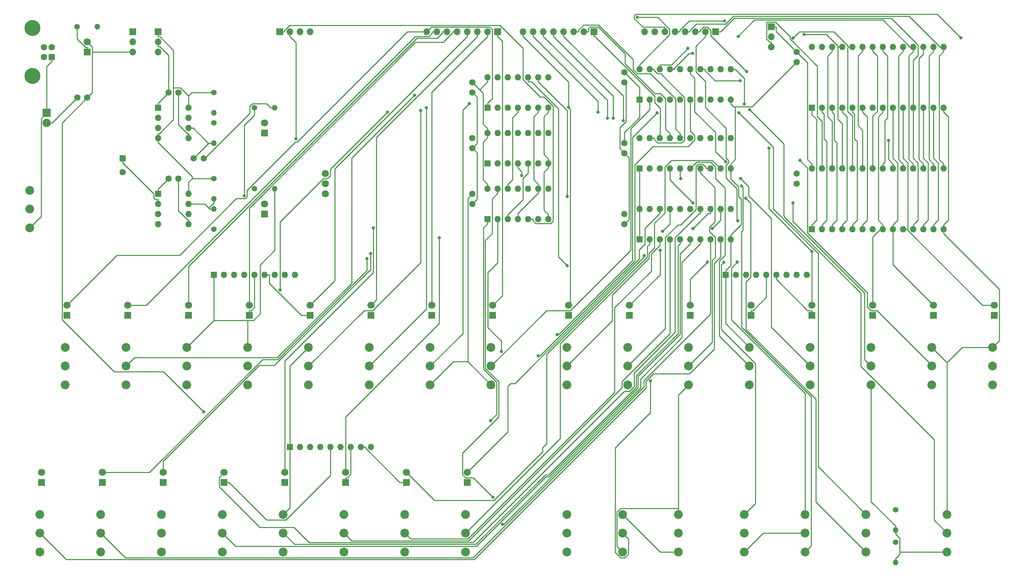
<source format=gbr>
%TF.GenerationSoftware,KiCad,Pcbnew,5.1.6-c6e7f7d~87~ubuntu16.04.1*%
%TF.CreationDate,2022-03-08T12:53:22-05:00*%
%TF.ProjectId,risc_memory_fp,72697363-5f6d-4656-9d6f-72795f66702e,rev?*%
%TF.SameCoordinates,Original*%
%TF.FileFunction,Copper,L2,Bot*%
%TF.FilePolarity,Positive*%
%FSLAX46Y46*%
G04 Gerber Fmt 4.6, Leading zero omitted, Abs format (unit mm)*
G04 Created by KiCad (PCBNEW 5.1.6-c6e7f7d~87~ubuntu16.04.1) date 2022-03-08 12:53:22*
%MOMM*%
%LPD*%
G01*
G04 APERTURE LIST*
%TA.AperFunction,ComponentPad*%
%ADD10C,1.600000*%
%TD*%
%TA.AperFunction,ComponentPad*%
%ADD11O,1.400000X1.400000*%
%TD*%
%TA.AperFunction,ComponentPad*%
%ADD12C,1.400000*%
%TD*%
%TA.AperFunction,ComponentPad*%
%ADD13C,1.800000*%
%TD*%
%TA.AperFunction,ComponentPad*%
%ADD14R,1.800000X1.800000*%
%TD*%
%TA.AperFunction,ComponentPad*%
%ADD15O,1.600000X1.600000*%
%TD*%
%TA.AperFunction,ComponentPad*%
%ADD16R,1.600000X1.600000*%
%TD*%
%TA.AperFunction,ComponentPad*%
%ADD17C,2.200000*%
%TD*%
%TA.AperFunction,ComponentPad*%
%ADD18O,1.700000X1.700000*%
%TD*%
%TA.AperFunction,ComponentPad*%
%ADD19R,1.700000X1.700000*%
%TD*%
%TA.AperFunction,ComponentPad*%
%ADD20C,4.000000*%
%TD*%
%TA.AperFunction,ComponentPad*%
%ADD21C,2.100000*%
%TD*%
%TA.AperFunction,ComponentPad*%
%ADD22R,2.100000X2.100000*%
%TD*%
%TA.AperFunction,ViaPad*%
%ADD23C,0.800000*%
%TD*%
%TA.AperFunction,Conductor*%
%ADD24C,0.250000*%
%TD*%
G04 APERTURE END LIST*
D10*
%TO.P,C13,2*%
%TO.N,GND*%
X22900000Y-21590000D03*
%TO.P,C13,1*%
%TO.N,CLK*%
X25400000Y-21590000D03*
%TD*%
D11*
%TO.P,R9,2*%
%TO.N,GND*%
X27940000Y-3810000D03*
D12*
%TO.P,R9,1*%
%TO.N,Net-(D27-Pad1)*%
X22860000Y-3810000D03*
%TD*%
D11*
%TO.P,R8,2*%
%TO.N,GND*%
X72390000Y-24130000D03*
D12*
%TO.P,R8,1*%
%TO.N,Net-(D26-Pad1)*%
X67310000Y-24130000D03*
%TD*%
D11*
%TO.P,R7,2*%
%TO.N,GND*%
X72390000Y-44450000D03*
D12*
%TO.P,R7,1*%
%TO.N,Net-(D25-Pad1)*%
X67310000Y-44450000D03*
%TD*%
D13*
%TO.P,D27,2*%
%TO.N,CLK*%
X25400000Y-7620000D03*
D14*
%TO.P,D27,1*%
%TO.N,Net-(D27-Pad1)*%
X25400000Y-10160000D03*
%TD*%
D13*
%TO.P,D26,2*%
%TO.N,Net-(D26-Pad2)*%
X69850000Y-48260000D03*
D14*
%TO.P,D26,1*%
%TO.N,Net-(D26-Pad1)*%
X69850000Y-50800000D03*
%TD*%
D13*
%TO.P,D25,2*%
%TO.N,Net-(D25-Pad2)*%
X69850000Y-27940000D03*
D14*
%TO.P,D25,1*%
%TO.N,Net-(D25-Pad1)*%
X69850000Y-30480000D03*
%TD*%
D15*
%TO.P,U10,8*%
%TO.N,+5V*%
X50800000Y-45720000D03*
%TO.P,U10,4*%
X43180000Y-53340000D03*
%TO.P,U10,7*%
%TO.N,Net-(R5-Pad2)*%
X50800000Y-48260000D03*
%TO.P,U10,3*%
%TO.N,Net-(D26-Pad2)*%
X43180000Y-50800000D03*
%TO.P,U10,6*%
%TO.N,Net-(C12-Pad1)*%
X50800000Y-50800000D03*
%TO.P,U10,2*%
X43180000Y-48260000D03*
%TO.P,U10,5*%
%TO.N,Net-(C11-Pad1)*%
X50800000Y-53340000D03*
D16*
%TO.P,U10,1*%
%TO.N,GND*%
X43180000Y-45720000D03*
%TD*%
D15*
%TO.P,U9,8*%
%TO.N,+5V*%
X50800000Y-24130000D03*
%TO.P,U9,4*%
X43180000Y-31750000D03*
%TO.P,U9,7*%
%TO.N,Net-(R3-Pad2)*%
X50800000Y-26670000D03*
%TO.P,U9,3*%
%TO.N,Net-(D25-Pad2)*%
X43180000Y-29210000D03*
%TO.P,U9,6*%
%TO.N,Net-(C9-Pad1)*%
X50800000Y-29210000D03*
%TO.P,U9,2*%
X43180000Y-26670000D03*
%TO.P,U9,5*%
%TO.N,Net-(C10-Pad1)*%
X50800000Y-31750000D03*
D16*
%TO.P,U9,1*%
%TO.N,GND*%
X43180000Y-24130000D03*
%TD*%
D15*
%TO.P,U8,20*%
%TO.N,+5V*%
X163800000Y-49530000D03*
%TO.P,U8,10*%
%TO.N,GND*%
X186660000Y-57150000D03*
%TO.P,U8,19*%
%TO.N,switchtowb*%
X166340000Y-49530000D03*
%TO.P,U8,9*%
%TO.N,Net-(SW24-Pad2)*%
X184120000Y-57150000D03*
%TO.P,U8,18*%
%TO.N,wb0*%
X168880000Y-49530000D03*
%TO.P,U8,8*%
%TO.N,Net-(SW23-Pad2)*%
X181580000Y-57150000D03*
%TO.P,U8,17*%
%TO.N,wb1*%
X171420000Y-49530000D03*
%TO.P,U8,7*%
%TO.N,Net-(SW22-Pad2)*%
X179040000Y-57150000D03*
%TO.P,U8,16*%
%TO.N,wb2*%
X173960000Y-49530000D03*
%TO.P,U8,6*%
%TO.N,Net-(SW21-Pad2)*%
X176500000Y-57150000D03*
%TO.P,U8,15*%
%TO.N,wb3*%
X176500000Y-49530000D03*
%TO.P,U8,5*%
%TO.N,Net-(SW20-Pad2)*%
X173960000Y-57150000D03*
%TO.P,U8,14*%
%TO.N,wb4*%
X179040000Y-49530000D03*
%TO.P,U8,4*%
%TO.N,Net-(SW19-Pad2)*%
X171420000Y-57150000D03*
%TO.P,U8,13*%
%TO.N,wb5*%
X181580000Y-49530000D03*
%TO.P,U8,3*%
%TO.N,Net-(SW18-Pad2)*%
X168880000Y-57150000D03*
%TO.P,U8,12*%
%TO.N,wb6*%
X184120000Y-49530000D03*
%TO.P,U8,2*%
%TO.N,Net-(SW17-Pad2)*%
X166340000Y-57150000D03*
%TO.P,U8,11*%
%TO.N,wb7*%
X186660000Y-49530000D03*
D16*
%TO.P,U8,1*%
%TO.N,+5V*%
X163800000Y-57150000D03*
%TD*%
D15*
%TO.P,U7,20*%
%TO.N,+5V*%
X163800000Y-31750000D03*
%TO.P,U7,10*%
%TO.N,GND*%
X186660000Y-39370000D03*
%TO.P,U7,19*%
%TO.N,fpcontrol*%
X166340000Y-31750000D03*
%TO.P,U7,9*%
%TO.N,Net-(SW8-Pad2)*%
X184120000Y-39370000D03*
%TO.P,U7,18*%
%TO.N,addr0*%
X168880000Y-31750000D03*
%TO.P,U7,8*%
%TO.N,Net-(SW7-Pad2)*%
X181580000Y-39370000D03*
%TO.P,U7,17*%
%TO.N,addr1*%
X171420000Y-31750000D03*
%TO.P,U7,7*%
%TO.N,Net-(SW6-Pad2)*%
X179040000Y-39370000D03*
%TO.P,U7,16*%
%TO.N,addr2*%
X173960000Y-31750000D03*
%TO.P,U7,6*%
%TO.N,Net-(SW5-Pad2)*%
X176500000Y-39370000D03*
%TO.P,U7,15*%
%TO.N,addr3*%
X176500000Y-31750000D03*
%TO.P,U7,5*%
%TO.N,Net-(SW4-Pad2)*%
X173960000Y-39370000D03*
%TO.P,U7,14*%
%TO.N,addr4*%
X179040000Y-31750000D03*
%TO.P,U7,4*%
%TO.N,Net-(SW3-Pad2)*%
X171420000Y-39370000D03*
%TO.P,U7,13*%
%TO.N,addr5*%
X181580000Y-31750000D03*
%TO.P,U7,3*%
%TO.N,Net-(SW2-Pad2)*%
X168880000Y-39370000D03*
%TO.P,U7,12*%
%TO.N,addr6*%
X184120000Y-31750000D03*
%TO.P,U7,2*%
%TO.N,Net-(SW1-Pad2)*%
X166340000Y-39370000D03*
%TO.P,U7,11*%
%TO.N,addr7*%
X186660000Y-31750000D03*
D16*
%TO.P,U7,1*%
%TO.N,+5V*%
X163800000Y-39370000D03*
%TD*%
D15*
%TO.P,U6,20*%
%TO.N,+5V*%
X163800000Y-14480000D03*
%TO.P,U6,10*%
%TO.N,GND*%
X186660000Y-22100000D03*
%TO.P,U6,19*%
%TO.N,fpcontrol*%
X166340000Y-14480000D03*
%TO.P,U6,9*%
%TO.N,Net-(SW16-Pad2)*%
X184120000Y-22100000D03*
%TO.P,U6,18*%
%TO.N,addr8*%
X168880000Y-14480000D03*
%TO.P,U6,8*%
%TO.N,Net-(SW15-Pad2)*%
X181580000Y-22100000D03*
%TO.P,U6,17*%
%TO.N,addr9*%
X171420000Y-14480000D03*
%TO.P,U6,7*%
%TO.N,Net-(SW14-Pad2)*%
X179040000Y-22100000D03*
%TO.P,U6,16*%
%TO.N,addr10*%
X173960000Y-14480000D03*
%TO.P,U6,6*%
%TO.N,Net-(SW13-Pad2)*%
X176500000Y-22100000D03*
%TO.P,U6,15*%
%TO.N,addr11*%
X176500000Y-14480000D03*
%TO.P,U6,5*%
%TO.N,Net-(SW12-Pad2)*%
X173960000Y-22100000D03*
%TO.P,U6,14*%
%TO.N,addr12*%
X179040000Y-14480000D03*
%TO.P,U6,4*%
%TO.N,Net-(SW11-Pad2)*%
X171420000Y-22100000D03*
%TO.P,U6,13*%
%TO.N,addr13*%
X181580000Y-14480000D03*
%TO.P,U6,3*%
%TO.N,Net-(SW10-Pad2)*%
X168880000Y-22100000D03*
%TO.P,U6,12*%
%TO.N,addr14*%
X184120000Y-14480000D03*
%TO.P,U6,2*%
%TO.N,Net-(SW9-Pad2)*%
X166340000Y-22100000D03*
%TO.P,U6,11*%
%TO.N,addr15*%
X186660000Y-14480000D03*
D16*
%TO.P,U6,1*%
%TO.N,+5V*%
X163800000Y-22100000D03*
%TD*%
D15*
%TO.P,U5,14*%
%TO.N,+5V*%
X125730000Y-44450000D03*
%TO.P,U5,7*%
%TO.N,GND*%
X140970000Y-52070000D03*
%TO.P,U5,13*%
%TO.N,examine*%
X128270000Y-44450000D03*
%TO.P,U5,6*%
%TO.N,Net-(U4-Pad1)*%
X138430000Y-52070000D03*
%TO.P,U5,12*%
%TO.N,fpcontrol*%
X130810000Y-44450000D03*
%TO.P,U5,5*%
%TO.N,memrd*%
X135890000Y-52070000D03*
%TO.P,U5,11*%
%TO.N,Net-(U4-Pad2)*%
X133350000Y-44450000D03*
%TO.P,U5,4*%
%TO.N,Net-(U3-Pad6)*%
X133350000Y-52070000D03*
%TO.P,U5,10*%
%TO.N,memwr*%
X135890000Y-44450000D03*
%TO.P,U5,3*%
%TO.N,switchtowb*%
X130810000Y-52070000D03*
%TO.P,U5,9*%
%TO.N,Net-(U3-Pad6)*%
X138430000Y-44450000D03*
%TO.P,U5,2*%
%TO.N,deposit*%
X128270000Y-52070000D03*
%TO.P,U5,8*%
%TO.N,Net-(U4-Pad4)*%
X140970000Y-44450000D03*
D16*
%TO.P,U5,1*%
%TO.N,fpcontrol*%
X125730000Y-52070000D03*
%TD*%
D15*
%TO.P,U4,14*%
%TO.N,+5V*%
X125730000Y-30480000D03*
%TO.P,U4,7*%
%TO.N,GND*%
X140970000Y-38100000D03*
%TO.P,U4,13*%
%TO.N,N/C*%
X128270000Y-30480000D03*
%TO.P,U4,6*%
%TO.N,wr*%
X138430000Y-38100000D03*
%TO.P,U4,12*%
%TO.N,N/C*%
X130810000Y-30480000D03*
%TO.P,U4,5*%
%TO.N,switchtowb*%
X135890000Y-38100000D03*
%TO.P,U4,11*%
%TO.N,N/C*%
X133350000Y-30480000D03*
%TO.P,U4,4*%
%TO.N,Net-(U4-Pad4)*%
X133350000Y-38100000D03*
%TO.P,U4,10*%
%TO.N,N/C*%
X135890000Y-30480000D03*
%TO.P,U4,3*%
%TO.N,rd*%
X130810000Y-38100000D03*
%TO.P,U4,9*%
%TO.N,N/C*%
X138430000Y-30480000D03*
%TO.P,U4,2*%
%TO.N,Net-(U4-Pad2)*%
X128270000Y-38100000D03*
%TO.P,U4,8*%
%TO.N,N/C*%
X140970000Y-30480000D03*
D16*
%TO.P,U4,1*%
%TO.N,Net-(U4-Pad1)*%
X125730000Y-38100000D03*
%TD*%
D15*
%TO.P,U3,14*%
%TO.N,+5V*%
X125730000Y-16510000D03*
%TO.P,U3,7*%
%TO.N,GND*%
X140970000Y-24130000D03*
%TO.P,U3,13*%
%TO.N,Net-(R2-Pad1)*%
X128270000Y-16510000D03*
%TO.P,U3,6*%
%TO.N,Net-(U3-Pad6)*%
X138430000Y-24130000D03*
%TO.P,U3,12*%
%TO.N,Net-(U3-Pad12)*%
X130810000Y-16510000D03*
%TO.P,U3,5*%
%TO.N,fpcontrol*%
X135890000Y-24130000D03*
%TO.P,U3,11*%
%TO.N,Net-(SW29-Pad1)*%
X133350000Y-16510000D03*
%TO.P,U3,4*%
%TO.N,fpcontrol*%
X133350000Y-24130000D03*
%TO.P,U3,10*%
%TO.N,Net-(SW29-Pad1)*%
X135890000Y-16510000D03*
%TO.P,U3,3*%
%TO.N,Net-(U2-Pad20)*%
X130810000Y-24130000D03*
%TO.P,U3,9*%
%TO.N,Net-(R1-Pad1)*%
X138430000Y-16510000D03*
%TO.P,U3,2*%
%TO.N,addr15*%
X128270000Y-24130000D03*
%TO.P,U3,8*%
%TO.N,Net-(U3-Pad12)*%
X140970000Y-16510000D03*
D16*
%TO.P,U3,1*%
%TO.N,addr15*%
X125730000Y-24130000D03*
%TD*%
D15*
%TO.P,U2,28*%
%TO.N,+5V*%
X207010000Y-39370000D03*
%TO.P,U2,14*%
%TO.N,GND*%
X240030000Y-54610000D03*
%TO.P,U2,27*%
%TO.N,wr*%
X209550000Y-39370000D03*
%TO.P,U2,13*%
%TO.N,wb2*%
X237490000Y-54610000D03*
%TO.P,U2,26*%
%TO.N,addr13*%
X212090000Y-39370000D03*
%TO.P,U2,12*%
%TO.N,wb1*%
X234950000Y-54610000D03*
%TO.P,U2,25*%
%TO.N,addr8*%
X214630000Y-39370000D03*
%TO.P,U2,11*%
%TO.N,wb0*%
X232410000Y-54610000D03*
%TO.P,U2,24*%
%TO.N,addr9*%
X217170000Y-39370000D03*
%TO.P,U2,10*%
%TO.N,addr0*%
X229870000Y-54610000D03*
%TO.P,U2,23*%
%TO.N,addr11*%
X219710000Y-39370000D03*
%TO.P,U2,9*%
%TO.N,addr1*%
X227330000Y-54610000D03*
%TO.P,U2,22*%
%TO.N,rd*%
X222250000Y-39370000D03*
%TO.P,U2,8*%
%TO.N,addr2*%
X224790000Y-54610000D03*
%TO.P,U2,21*%
%TO.N,addr10*%
X224790000Y-39370000D03*
%TO.P,U2,7*%
%TO.N,addr3*%
X222250000Y-54610000D03*
%TO.P,U2,20*%
%TO.N,Net-(U2-Pad20)*%
X227330000Y-39370000D03*
%TO.P,U2,6*%
%TO.N,addr4*%
X219710000Y-54610000D03*
%TO.P,U2,19*%
%TO.N,wb7*%
X229870000Y-39370000D03*
%TO.P,U2,5*%
%TO.N,addr5*%
X217170000Y-54610000D03*
%TO.P,U2,18*%
%TO.N,wb6*%
X232410000Y-39370000D03*
%TO.P,U2,4*%
%TO.N,addr6*%
X214630000Y-54610000D03*
%TO.P,U2,17*%
%TO.N,wb5*%
X234950000Y-39370000D03*
%TO.P,U2,3*%
%TO.N,addr7*%
X212090000Y-54610000D03*
%TO.P,U2,16*%
%TO.N,wb4*%
X237490000Y-39370000D03*
%TO.P,U2,2*%
%TO.N,addr12*%
X209550000Y-54610000D03*
%TO.P,U2,15*%
%TO.N,wb3*%
X240030000Y-39370000D03*
D16*
%TO.P,U2,1*%
%TO.N,addr14*%
X207010000Y-54610000D03*
%TD*%
D15*
%TO.P,U1,28*%
%TO.N,+5V*%
X207010000Y-8890000D03*
%TO.P,U1,14*%
%TO.N,GND*%
X240030000Y-24130000D03*
%TO.P,U1,27*%
%TO.N,Net-(JP1-Pad2)*%
X209550000Y-8890000D03*
%TO.P,U1,13*%
%TO.N,wb2*%
X237490000Y-24130000D03*
%TO.P,U1,26*%
%TO.N,addr13*%
X212090000Y-8890000D03*
%TO.P,U1,12*%
%TO.N,wb1*%
X234950000Y-24130000D03*
%TO.P,U1,25*%
%TO.N,addr8*%
X214630000Y-8890000D03*
%TO.P,U1,11*%
%TO.N,wb0*%
X232410000Y-24130000D03*
%TO.P,U1,24*%
%TO.N,addr9*%
X217170000Y-8890000D03*
%TO.P,U1,10*%
%TO.N,addr0*%
X229870000Y-24130000D03*
%TO.P,U1,23*%
%TO.N,addr11*%
X219710000Y-8890000D03*
%TO.P,U1,9*%
%TO.N,addr1*%
X227330000Y-24130000D03*
%TO.P,U1,22*%
%TO.N,rd*%
X222250000Y-8890000D03*
%TO.P,U1,8*%
%TO.N,addr2*%
X224790000Y-24130000D03*
%TO.P,U1,21*%
%TO.N,addr10*%
X224790000Y-8890000D03*
%TO.P,U1,7*%
%TO.N,addr3*%
X222250000Y-24130000D03*
%TO.P,U1,20*%
%TO.N,addr15*%
X227330000Y-8890000D03*
%TO.P,U1,6*%
%TO.N,addr4*%
X219710000Y-24130000D03*
%TO.P,U1,19*%
%TO.N,wb7*%
X229870000Y-8890000D03*
%TO.P,U1,5*%
%TO.N,addr5*%
X217170000Y-24130000D03*
%TO.P,U1,18*%
%TO.N,wb6*%
X232410000Y-8890000D03*
%TO.P,U1,4*%
%TO.N,addr6*%
X214630000Y-24130000D03*
%TO.P,U1,17*%
%TO.N,wb5*%
X234950000Y-8890000D03*
%TO.P,U1,3*%
%TO.N,addr7*%
X212090000Y-24130000D03*
%TO.P,U1,16*%
%TO.N,wb4*%
X237490000Y-8890000D03*
%TO.P,U1,2*%
%TO.N,addr12*%
X209550000Y-24130000D03*
%TO.P,U1,15*%
%TO.N,wb3*%
X240030000Y-8890000D03*
D16*
%TO.P,U1,1*%
%TO.N,addr14*%
X207010000Y-24130000D03*
%TD*%
D17*
%TO.P,SW32,3*%
%TO.N,Net-(J7-Pad1)*%
X11020000Y-54230000D03*
%TO.P,SW32,2*%
%TO.N,+5V*%
X11020000Y-49530000D03*
%TO.P,SW32,1*%
%TO.N,Net-(SW32-Pad1)*%
X11020000Y-44830000D03*
%TD*%
%TO.P,SW31,3*%
%TO.N,+5V*%
X240890000Y-135510000D03*
%TO.P,SW31,2*%
%TO.N,reset*%
X240890000Y-130810000D03*
%TO.P,SW31,1*%
%TO.N,GND*%
X240890000Y-126110000D03*
%TD*%
%TO.P,SW30,3*%
%TO.N,Net-(D25-Pad2)*%
X205330000Y-135510000D03*
%TO.P,SW30,2*%
%TO.N,Net-(SW29-Pad3)*%
X205330000Y-130810000D03*
%TO.P,SW30,1*%
%TO.N,Net-(D26-Pad2)*%
X205330000Y-126110000D03*
%TD*%
%TO.P,SW29,3*%
%TO.N,Net-(SW29-Pad3)*%
X190090000Y-135510000D03*
%TO.P,SW29,2*%
%TO.N,CLK*%
X190090000Y-130810000D03*
%TO.P,SW29,1*%
%TO.N,Net-(SW29-Pad1)*%
X190090000Y-126110000D03*
%TD*%
%TO.P,SW28,3*%
%TO.N,Net-(R1-Pad1)*%
X220570000Y-135510000D03*
%TO.P,SW28,2*%
%TO.N,GND*%
X220570000Y-130810000D03*
%TO.P,SW28,1*%
%TO.N,Net-(R2-Pad1)*%
X220570000Y-126110000D03*
%TD*%
%TO.P,SW27,3*%
%TO.N,GND*%
X173580000Y-135510000D03*
%TO.P,SW27,2*%
%TO.N,fpcontrol*%
X173580000Y-130810000D03*
%TO.P,SW27,1*%
%TO.N,+5V*%
X173580000Y-126110000D03*
%TD*%
%TO.P,SW26,3*%
%TO.N,+5V*%
X159610000Y-135510000D03*
%TO.P,SW26,2*%
%TO.N,deposit*%
X159610000Y-130810000D03*
%TO.P,SW26,1*%
%TO.N,GND*%
X159610000Y-126110000D03*
%TD*%
%TO.P,SW25,3*%
%TO.N,+5V*%
X145640000Y-135510000D03*
%TO.P,SW25,2*%
%TO.N,examine*%
X145640000Y-130810000D03*
%TO.P,SW25,1*%
%TO.N,GND*%
X145640000Y-126110000D03*
%TD*%
%TO.P,SW24,3*%
%TO.N,+5V*%
X13560000Y-135510000D03*
%TO.P,SW24,2*%
%TO.N,Net-(SW24-Pad2)*%
X13560000Y-130810000D03*
%TO.P,SW24,1*%
%TO.N,GND*%
X13560000Y-126110000D03*
%TD*%
%TO.P,SW23,3*%
%TO.N,+5V*%
X28800000Y-135510000D03*
%TO.P,SW23,2*%
%TO.N,Net-(SW23-Pad2)*%
X28800000Y-130810000D03*
%TO.P,SW23,1*%
%TO.N,GND*%
X28800000Y-126110000D03*
%TD*%
%TO.P,SW22,3*%
%TO.N,+5V*%
X44040000Y-135510000D03*
%TO.P,SW22,2*%
%TO.N,Net-(SW22-Pad2)*%
X44040000Y-130810000D03*
%TO.P,SW22,1*%
%TO.N,GND*%
X44040000Y-126110000D03*
%TD*%
%TO.P,SW21,3*%
%TO.N,+5V*%
X59280000Y-135510000D03*
%TO.P,SW21,2*%
%TO.N,Net-(SW21-Pad2)*%
X59280000Y-130810000D03*
%TO.P,SW21,1*%
%TO.N,GND*%
X59280000Y-126110000D03*
%TD*%
%TO.P,SW20,3*%
%TO.N,+5V*%
X74520000Y-135510000D03*
%TO.P,SW20,2*%
%TO.N,Net-(SW20-Pad2)*%
X74520000Y-130810000D03*
%TO.P,SW20,1*%
%TO.N,GND*%
X74520000Y-126110000D03*
%TD*%
%TO.P,SW19,3*%
%TO.N,+5V*%
X89760000Y-135510000D03*
%TO.P,SW19,2*%
%TO.N,Net-(SW19-Pad2)*%
X89760000Y-130810000D03*
%TO.P,SW19,1*%
%TO.N,GND*%
X89760000Y-126110000D03*
%TD*%
%TO.P,SW18,3*%
%TO.N,+5V*%
X105000000Y-135510000D03*
%TO.P,SW18,2*%
%TO.N,Net-(SW18-Pad2)*%
X105000000Y-130810000D03*
%TO.P,SW18,1*%
%TO.N,GND*%
X105000000Y-126110000D03*
%TD*%
%TO.P,SW17,3*%
%TO.N,+5V*%
X120240000Y-135510000D03*
%TO.P,SW17,2*%
%TO.N,Net-(SW17-Pad2)*%
X120240000Y-130810000D03*
%TO.P,SW17,1*%
%TO.N,GND*%
X120240000Y-126110000D03*
%TD*%
%TO.P,SW16,3*%
%TO.N,+5V*%
X19910000Y-93600000D03*
%TO.P,SW16,2*%
%TO.N,Net-(SW16-Pad2)*%
X19910000Y-88900000D03*
%TO.P,SW16,1*%
%TO.N,GND*%
X19910000Y-84200000D03*
%TD*%
%TO.P,SW15,3*%
%TO.N,+5V*%
X35150000Y-93600000D03*
%TO.P,SW15,2*%
%TO.N,Net-(SW15-Pad2)*%
X35150000Y-88900000D03*
%TO.P,SW15,1*%
%TO.N,GND*%
X35150000Y-84200000D03*
%TD*%
%TO.P,SW14,3*%
%TO.N,+5V*%
X50390000Y-93600000D03*
%TO.P,SW14,2*%
%TO.N,Net-(SW14-Pad2)*%
X50390000Y-88900000D03*
%TO.P,SW14,1*%
%TO.N,GND*%
X50390000Y-84200000D03*
%TD*%
%TO.P,SW13,3*%
%TO.N,+5V*%
X65630000Y-93600000D03*
%TO.P,SW13,2*%
%TO.N,Net-(SW13-Pad2)*%
X65630000Y-88900000D03*
%TO.P,SW13,1*%
%TO.N,GND*%
X65630000Y-84200000D03*
%TD*%
%TO.P,SW12,3*%
%TO.N,+5V*%
X80870000Y-93600000D03*
%TO.P,SW12,2*%
%TO.N,Net-(SW12-Pad2)*%
X80870000Y-88900000D03*
%TO.P,SW12,1*%
%TO.N,GND*%
X80870000Y-84200000D03*
%TD*%
%TO.P,SW11,3*%
%TO.N,+5V*%
X96110000Y-93600000D03*
%TO.P,SW11,2*%
%TO.N,Net-(SW11-Pad2)*%
X96110000Y-88900000D03*
%TO.P,SW11,1*%
%TO.N,GND*%
X96110000Y-84200000D03*
%TD*%
%TO.P,SW10,3*%
%TO.N,+5V*%
X111350000Y-93600000D03*
%TO.P,SW10,2*%
%TO.N,Net-(SW10-Pad2)*%
X111350000Y-88900000D03*
%TO.P,SW10,1*%
%TO.N,GND*%
X111350000Y-84200000D03*
%TD*%
%TO.P,SW9,3*%
%TO.N,+5V*%
X126590000Y-93600000D03*
%TO.P,SW9,2*%
%TO.N,Net-(SW9-Pad2)*%
X126590000Y-88900000D03*
%TO.P,SW9,1*%
%TO.N,GND*%
X126590000Y-84200000D03*
%TD*%
%TO.P,SW8,3*%
%TO.N,+5V*%
X145640000Y-93600000D03*
%TO.P,SW8,2*%
%TO.N,Net-(SW8-Pad2)*%
X145640000Y-88900000D03*
%TO.P,SW8,1*%
%TO.N,GND*%
X145640000Y-84200000D03*
%TD*%
%TO.P,SW7,3*%
%TO.N,+5V*%
X160880000Y-93600000D03*
%TO.P,SW7,2*%
%TO.N,Net-(SW7-Pad2)*%
X160880000Y-88900000D03*
%TO.P,SW7,1*%
%TO.N,GND*%
X160880000Y-84200000D03*
%TD*%
%TO.P,SW6,3*%
%TO.N,+5V*%
X176120000Y-93600000D03*
%TO.P,SW6,2*%
%TO.N,Net-(SW6-Pad2)*%
X176120000Y-88900000D03*
%TO.P,SW6,1*%
%TO.N,GND*%
X176120000Y-84200000D03*
%TD*%
%TO.P,SW5,3*%
%TO.N,+5V*%
X191360000Y-93600000D03*
%TO.P,SW5,2*%
%TO.N,Net-(SW5-Pad2)*%
X191360000Y-88900000D03*
%TO.P,SW5,1*%
%TO.N,GND*%
X191360000Y-84200000D03*
%TD*%
%TO.P,SW4,3*%
%TO.N,+5V*%
X206600000Y-93600000D03*
%TO.P,SW4,2*%
%TO.N,Net-(SW4-Pad2)*%
X206600000Y-88900000D03*
%TO.P,SW4,1*%
%TO.N,GND*%
X206600000Y-84200000D03*
%TD*%
%TO.P,SW3,3*%
%TO.N,+5V*%
X221840000Y-93600000D03*
%TO.P,SW3,2*%
%TO.N,Net-(SW3-Pad2)*%
X221840000Y-88900000D03*
%TO.P,SW3,1*%
%TO.N,GND*%
X221840000Y-84200000D03*
%TD*%
%TO.P,SW2,3*%
%TO.N,+5V*%
X237080000Y-93600000D03*
%TO.P,SW2,2*%
%TO.N,Net-(SW2-Pad2)*%
X237080000Y-88900000D03*
%TO.P,SW2,1*%
%TO.N,GND*%
X237080000Y-84200000D03*
%TD*%
%TO.P,SW1,3*%
%TO.N,+5V*%
X252320000Y-93600000D03*
%TO.P,SW1,2*%
%TO.N,Net-(SW1-Pad2)*%
X252320000Y-88900000D03*
%TO.P,SW1,1*%
%TO.N,GND*%
X252320000Y-84200000D03*
%TD*%
D13*
%TO.P,RV1,1*%
%TO.N,Net-(C12-Pad1)*%
X85090000Y-45720000D03*
%TO.P,RV1,2*%
%TO.N,Net-(R6-Pad1)*%
X85090000Y-43180000D03*
%TO.P,RV1,3*%
%TO.N,Net-(RV1-Pad3)*%
X85090000Y-40640000D03*
%TD*%
D15*
%TO.P,RN3,9*%
%TO.N,Net-(D17-Pad1)*%
X96520000Y-109220000D03*
%TO.P,RN3,8*%
%TO.N,Net-(D18-Pad1)*%
X93980000Y-109220000D03*
%TO.P,RN3,7*%
%TO.N,Net-(D19-Pad1)*%
X91440000Y-109220000D03*
%TO.P,RN3,6*%
%TO.N,Net-(D20-Pad1)*%
X88900000Y-109220000D03*
%TO.P,RN3,5*%
%TO.N,Net-(D21-Pad1)*%
X86360000Y-109220000D03*
%TO.P,RN3,4*%
%TO.N,Net-(D22-Pad1)*%
X83820000Y-109220000D03*
%TO.P,RN3,3*%
%TO.N,Net-(D23-Pad1)*%
X81280000Y-109220000D03*
%TO.P,RN3,2*%
%TO.N,Net-(D24-Pad1)*%
X78740000Y-109220000D03*
D16*
%TO.P,RN3,1*%
%TO.N,GND*%
X76200000Y-109220000D03*
%TD*%
D15*
%TO.P,RN2,9*%
%TO.N,Net-(D9-Pad1)*%
X77470000Y-66040000D03*
%TO.P,RN2,8*%
%TO.N,Net-(D10-Pad1)*%
X74930000Y-66040000D03*
%TO.P,RN2,7*%
%TO.N,Net-(D11-Pad1)*%
X72390000Y-66040000D03*
%TO.P,RN2,6*%
%TO.N,Net-(D12-Pad1)*%
X69850000Y-66040000D03*
%TO.P,RN2,5*%
%TO.N,Net-(D13-Pad1)*%
X67310000Y-66040000D03*
%TO.P,RN2,4*%
%TO.N,Net-(D14-Pad1)*%
X64770000Y-66040000D03*
%TO.P,RN2,3*%
%TO.N,Net-(D15-Pad1)*%
X62230000Y-66040000D03*
%TO.P,RN2,2*%
%TO.N,Net-(D16-Pad1)*%
X59690000Y-66040000D03*
D16*
%TO.P,RN2,1*%
%TO.N,GND*%
X57150000Y-66040000D03*
%TD*%
D15*
%TO.P,RN1,9*%
%TO.N,Net-(D1-Pad1)*%
X205740000Y-66040000D03*
%TO.P,RN1,8*%
%TO.N,Net-(D2-Pad1)*%
X203200000Y-66040000D03*
%TO.P,RN1,7*%
%TO.N,Net-(D3-Pad1)*%
X200660000Y-66040000D03*
%TO.P,RN1,6*%
%TO.N,Net-(D4-Pad1)*%
X198120000Y-66040000D03*
%TO.P,RN1,5*%
%TO.N,Net-(D5-Pad1)*%
X195580000Y-66040000D03*
%TO.P,RN1,4*%
%TO.N,Net-(D6-Pad1)*%
X193040000Y-66040000D03*
%TO.P,RN1,3*%
%TO.N,Net-(D7-Pad1)*%
X190500000Y-66040000D03*
%TO.P,RN1,2*%
%TO.N,Net-(D8-Pad1)*%
X187960000Y-66040000D03*
D16*
%TO.P,RN1,1*%
%TO.N,GND*%
X185420000Y-66040000D03*
%TD*%
D11*
%TO.P,R6,2*%
%TO.N,Net-(R5-Pad2)*%
X57150000Y-49530000D03*
D12*
%TO.P,R6,1*%
%TO.N,Net-(R6-Pad1)*%
X57150000Y-54610000D03*
%TD*%
D11*
%TO.P,R5,2*%
%TO.N,Net-(R5-Pad2)*%
X57150000Y-46990000D03*
D12*
%TO.P,R5,1*%
%TO.N,+5V*%
X57150000Y-41910000D03*
%TD*%
D11*
%TO.P,R4,2*%
%TO.N,Net-(C9-Pad1)*%
X57150000Y-33020000D03*
D12*
%TO.P,R4,1*%
%TO.N,Net-(R3-Pad2)*%
X57150000Y-27940000D03*
%TD*%
D11*
%TO.P,R3,2*%
%TO.N,Net-(R3-Pad2)*%
X57150000Y-25400000D03*
D12*
%TO.P,R3,1*%
%TO.N,+5V*%
X57150000Y-20320000D03*
%TD*%
D11*
%TO.P,R2,2*%
%TO.N,+5V*%
X227950000Y-130030000D03*
D12*
%TO.P,R2,1*%
%TO.N,Net-(R2-Pad1)*%
X227950000Y-124950000D03*
%TD*%
D11*
%TO.P,R1,2*%
%TO.N,+5V*%
X227950000Y-138160000D03*
D12*
%TO.P,R1,1*%
%TO.N,Net-(R1-Pad1)*%
X227950000Y-133080000D03*
%TD*%
D18*
%TO.P,JP1,3*%
%TO.N,wr*%
X196850000Y-8890000D03*
%TO.P,JP1,2*%
%TO.N,Net-(JP1-Pad2)*%
X196850000Y-6350000D03*
D19*
%TO.P,JP1,1*%
%TO.N,+5V*%
X196850000Y-3810000D03*
%TD*%
D20*
%TO.P,J8,5*%
%TO.N,Net-(J8-Pad5)*%
X11650000Y-16180000D03*
X11650000Y-4180000D03*
D10*
%TO.P,J8,4*%
%TO.N,GND*%
X14510000Y-11430000D03*
%TO.P,J8,3*%
%TO.N,Net-(J8-Pad3)*%
X14510000Y-8930000D03*
%TO.P,J8,2*%
%TO.N,Net-(J8-Pad2)*%
X16510000Y-8930000D03*
D16*
%TO.P,J8,1*%
%TO.N,Net-(J7-Pad1)*%
X16510000Y-11430000D03*
%TD*%
D21*
%TO.P,J7,2*%
%TO.N,GND*%
X15240000Y-27940000D03*
D22*
%TO.P,J7,1*%
%TO.N,Net-(J7-Pad1)*%
X15240000Y-25400000D03*
%TD*%
D18*
%TO.P,J6,4*%
%TO.N,reset*%
X81280000Y-5080000D03*
%TO.P,J6,3*%
%TO.N,fpcontrol*%
X78740000Y-5080000D03*
%TO.P,J6,2*%
%TO.N,memwr*%
X76200000Y-5080000D03*
D19*
%TO.P,J6,1*%
%TO.N,memrd*%
X73660000Y-5080000D03*
%TD*%
D18*
%TO.P,J5,8*%
%TO.N,wb7*%
X165100000Y-5080000D03*
%TO.P,J5,7*%
%TO.N,wb6*%
X167640000Y-5080000D03*
%TO.P,J5,6*%
%TO.N,wb5*%
X170180000Y-5080000D03*
%TO.P,J5,5*%
%TO.N,wb4*%
X172720000Y-5080000D03*
%TO.P,J5,4*%
%TO.N,wb3*%
X175260000Y-5080000D03*
%TO.P,J5,3*%
%TO.N,wb2*%
X177800000Y-5080000D03*
%TO.P,J5,2*%
%TO.N,wb1*%
X180340000Y-5080000D03*
D19*
%TO.P,J5,1*%
%TO.N,wb0*%
X182880000Y-5080000D03*
%TD*%
D18*
%TO.P,J4,8*%
%TO.N,addr15*%
X110490000Y-5080000D03*
%TO.P,J4,7*%
%TO.N,addr14*%
X113030000Y-5080000D03*
%TO.P,J4,6*%
%TO.N,addr13*%
X115570000Y-5080000D03*
%TO.P,J4,5*%
%TO.N,addr12*%
X118110000Y-5080000D03*
%TO.P,J4,4*%
%TO.N,addr11*%
X120650000Y-5080000D03*
%TO.P,J4,3*%
%TO.N,addr10*%
X123190000Y-5080000D03*
%TO.P,J4,2*%
%TO.N,addr9*%
X125730000Y-5080000D03*
D19*
%TO.P,J4,1*%
%TO.N,addr8*%
X128270000Y-5080000D03*
%TD*%
D18*
%TO.P,J3,8*%
%TO.N,addr7*%
X134620000Y-5080000D03*
%TO.P,J3,7*%
%TO.N,addr6*%
X137160000Y-5080000D03*
%TO.P,J3,6*%
%TO.N,addr5*%
X139700000Y-5080000D03*
%TO.P,J3,5*%
%TO.N,addr4*%
X142240000Y-5080000D03*
%TO.P,J3,4*%
%TO.N,addr3*%
X144780000Y-5080000D03*
%TO.P,J3,3*%
%TO.N,addr2*%
X147320000Y-5080000D03*
%TO.P,J3,2*%
%TO.N,addr1*%
X149860000Y-5080000D03*
D19*
%TO.P,J3,1*%
%TO.N,addr0*%
X152400000Y-5080000D03*
%TD*%
D18*
%TO.P,J2,3*%
%TO.N,CLK*%
X43180000Y-10160000D03*
%TO.P,J2,2*%
%TO.N,GND*%
X43180000Y-7620000D03*
D19*
%TO.P,J2,1*%
%TO.N,+5V*%
X43180000Y-5080000D03*
%TD*%
D18*
%TO.P,J1,3*%
%TO.N,CLK*%
X36830000Y-10160000D03*
%TO.P,J1,2*%
%TO.N,GND*%
X36830000Y-7620000D03*
D19*
%TO.P,J1,1*%
%TO.N,+5V*%
X36830000Y-5080000D03*
%TD*%
D13*
%TO.P,D24,2*%
%TO.N,wb7*%
X13970000Y-115570000D03*
D14*
%TO.P,D24,1*%
%TO.N,Net-(D24-Pad1)*%
X13970000Y-118110000D03*
%TD*%
D13*
%TO.P,D23,2*%
%TO.N,wb6*%
X29210000Y-115570000D03*
D14*
%TO.P,D23,1*%
%TO.N,Net-(D23-Pad1)*%
X29210000Y-118110000D03*
%TD*%
D13*
%TO.P,D22,2*%
%TO.N,wb5*%
X44450000Y-115570000D03*
D14*
%TO.P,D22,1*%
%TO.N,Net-(D22-Pad1)*%
X44450000Y-118110000D03*
%TD*%
D13*
%TO.P,D21,2*%
%TO.N,wb4*%
X59690000Y-115570000D03*
D14*
%TO.P,D21,1*%
%TO.N,Net-(D21-Pad1)*%
X59690000Y-118110000D03*
%TD*%
D13*
%TO.P,D20,2*%
%TO.N,wb3*%
X74930000Y-115570000D03*
D14*
%TO.P,D20,1*%
%TO.N,Net-(D20-Pad1)*%
X74930000Y-118110000D03*
%TD*%
D13*
%TO.P,D19,2*%
%TO.N,wb2*%
X90170000Y-115570000D03*
D14*
%TO.P,D19,1*%
%TO.N,Net-(D19-Pad1)*%
X90170000Y-118110000D03*
%TD*%
D13*
%TO.P,D18,2*%
%TO.N,wb1*%
X105410000Y-115570000D03*
D14*
%TO.P,D18,1*%
%TO.N,Net-(D18-Pad1)*%
X105410000Y-118110000D03*
%TD*%
D13*
%TO.P,D17,2*%
%TO.N,wb0*%
X120650000Y-115570000D03*
D14*
%TO.P,D17,1*%
%TO.N,Net-(D17-Pad1)*%
X120650000Y-118110000D03*
%TD*%
D13*
%TO.P,D16,2*%
%TO.N,addr15*%
X20320000Y-73660000D03*
D14*
%TO.P,D16,1*%
%TO.N,Net-(D16-Pad1)*%
X20320000Y-76200000D03*
%TD*%
D13*
%TO.P,D15,2*%
%TO.N,addr14*%
X35560000Y-73660000D03*
D14*
%TO.P,D15,1*%
%TO.N,Net-(D15-Pad1)*%
X35560000Y-76200000D03*
%TD*%
D13*
%TO.P,D14,2*%
%TO.N,addr13*%
X50800000Y-73660000D03*
D14*
%TO.P,D14,1*%
%TO.N,Net-(D14-Pad1)*%
X50800000Y-76200000D03*
%TD*%
D13*
%TO.P,D13,2*%
%TO.N,addr12*%
X66040000Y-73660000D03*
D14*
%TO.P,D13,1*%
%TO.N,Net-(D13-Pad1)*%
X66040000Y-76200000D03*
%TD*%
D13*
%TO.P,D12,2*%
%TO.N,addr11*%
X81280000Y-73660000D03*
D14*
%TO.P,D12,1*%
%TO.N,Net-(D12-Pad1)*%
X81280000Y-76200000D03*
%TD*%
D13*
%TO.P,D11,2*%
%TO.N,addr10*%
X96520000Y-73660000D03*
D14*
%TO.P,D11,1*%
%TO.N,Net-(D11-Pad1)*%
X96520000Y-76200000D03*
%TD*%
D13*
%TO.P,D10,2*%
%TO.N,addr9*%
X111760000Y-73660000D03*
D14*
%TO.P,D10,1*%
%TO.N,Net-(D10-Pad1)*%
X111760000Y-76200000D03*
%TD*%
D13*
%TO.P,D9,2*%
%TO.N,addr8*%
X127000000Y-73660000D03*
D14*
%TO.P,D9,1*%
%TO.N,Net-(D9-Pad1)*%
X127000000Y-76200000D03*
%TD*%
D13*
%TO.P,D8,2*%
%TO.N,addr7*%
X146050000Y-73660000D03*
D14*
%TO.P,D8,1*%
%TO.N,Net-(D8-Pad1)*%
X146050000Y-76200000D03*
%TD*%
D13*
%TO.P,D7,2*%
%TO.N,addr6*%
X161290000Y-73660000D03*
D14*
%TO.P,D7,1*%
%TO.N,Net-(D7-Pad1)*%
X161290000Y-76200000D03*
%TD*%
D13*
%TO.P,D6,2*%
%TO.N,addr5*%
X176530000Y-73660000D03*
D14*
%TO.P,D6,1*%
%TO.N,Net-(D6-Pad1)*%
X176530000Y-76200000D03*
%TD*%
D13*
%TO.P,D5,2*%
%TO.N,addr4*%
X191770000Y-73660000D03*
D14*
%TO.P,D5,1*%
%TO.N,Net-(D5-Pad1)*%
X191770000Y-76200000D03*
%TD*%
D13*
%TO.P,D4,2*%
%TO.N,addr3*%
X207010000Y-73660000D03*
D14*
%TO.P,D4,1*%
%TO.N,Net-(D4-Pad1)*%
X207010000Y-76200000D03*
%TD*%
D13*
%TO.P,D3,2*%
%TO.N,addr2*%
X222250000Y-73660000D03*
D14*
%TO.P,D3,1*%
%TO.N,Net-(D3-Pad1)*%
X222250000Y-76200000D03*
%TD*%
D13*
%TO.P,D2,2*%
%TO.N,addr1*%
X237490000Y-73660000D03*
D14*
%TO.P,D2,1*%
%TO.N,Net-(D2-Pad1)*%
X237490000Y-76200000D03*
%TD*%
D13*
%TO.P,D1,2*%
%TO.N,addr0*%
X252730000Y-73660000D03*
D14*
%TO.P,D1,1*%
%TO.N,Net-(D1-Pad1)*%
X252730000Y-76200000D03*
%TD*%
D10*
%TO.P,C12,2*%
%TO.N,GND*%
X34290000Y-40330000D03*
D16*
%TO.P,C12,1*%
%TO.N,Net-(C12-Pad1)*%
X34290000Y-36830000D03*
%TD*%
D10*
%TO.P,C11,2*%
%TO.N,GND*%
X45760000Y-41910000D03*
%TO.P,C11,1*%
%TO.N,Net-(C11-Pad1)*%
X48260000Y-41910000D03*
%TD*%
%TO.P,C10,2*%
%TO.N,GND*%
X45760000Y-20320000D03*
%TO.P,C10,1*%
%TO.N,Net-(C10-Pad1)*%
X48260000Y-20320000D03*
%TD*%
%TO.P,C9,2*%
%TO.N,GND*%
X54570000Y-36830000D03*
%TO.P,C9,1*%
%TO.N,Net-(C9-Pad1)*%
X52070000Y-36830000D03*
%TD*%
%TO.P,C8,2*%
%TO.N,GND*%
X160020000Y-53300000D03*
%TO.P,C8,1*%
%TO.N,+5V*%
X160020000Y-50800000D03*
%TD*%
%TO.P,C7,2*%
%TO.N,GND*%
X160020000Y-35520000D03*
%TO.P,C7,1*%
%TO.N,+5V*%
X160020000Y-33020000D03*
%TD*%
%TO.P,C6,2*%
%TO.N,GND*%
X160020000Y-17740000D03*
%TO.P,C6,1*%
%TO.N,+5V*%
X160020000Y-15240000D03*
%TD*%
%TO.P,C5,2*%
%TO.N,GND*%
X121920000Y-48220000D03*
%TO.P,C5,1*%
%TO.N,+5V*%
X121920000Y-45720000D03*
%TD*%
%TO.P,C4,2*%
%TO.N,GND*%
X121920000Y-34250000D03*
%TO.P,C4,1*%
%TO.N,+5V*%
X121920000Y-31750000D03*
%TD*%
%TO.P,C3,2*%
%TO.N,GND*%
X121920000Y-20280000D03*
%TO.P,C3,1*%
%TO.N,+5V*%
X121920000Y-17780000D03*
%TD*%
%TO.P,C2,2*%
%TO.N,GND*%
X203200000Y-43140000D03*
%TO.P,C2,1*%
%TO.N,+5V*%
X203200000Y-40640000D03*
%TD*%
%TO.P,C1,2*%
%TO.N,GND*%
X203200000Y-12660000D03*
%TO.P,C1,1*%
%TO.N,+5V*%
X203200000Y-10160000D03*
%TD*%
D23*
%TO.N,+5V*%
X163181400Y-1438200D03*
%TO.N,addr3*%
X196201400Y-34283700D03*
X207010000Y-60231400D03*
X159717600Y-27304000D03*
%TO.N,addr4*%
X157225700Y-26713100D03*
%TO.N,addr5*%
X180853800Y-62795800D03*
X155737900Y-26775800D03*
%TO.N,addr6*%
X168939700Y-59865100D03*
X153384600Y-25227700D03*
%TO.N,addr7*%
X146050000Y-24024400D03*
%TO.N,addr8*%
X175959000Y-9229400D03*
X205019100Y-5760600D03*
%TO.N,addr9*%
X202270600Y-6641600D03*
X177108500Y-10477300D03*
%TO.N,addr11*%
X185379200Y-37658400D03*
%TO.N,addr12*%
X189033900Y-17311800D03*
%TO.N,addr15*%
X190081400Y-23166400D03*
%TO.N,wb1*%
X165010000Y-61235600D03*
X169548100Y-55129200D03*
X188465700Y-52498100D03*
%TO.N,wb2*%
X190646100Y-15036100D03*
X113591400Y-56717700D03*
%TO.N,wb3*%
X97115600Y-54270900D03*
%TO.N,wb4*%
X185127600Y-2400700D03*
%TO.N,wb5*%
X96383300Y-60690900D03*
X177219000Y-54403800D03*
X244297600Y-6609500D03*
%TO.N,wb6*%
X95486900Y-62010900D03*
X182030700Y-54403000D03*
X188507600Y-6255400D03*
%TO.N,CLK*%
X54608100Y-100400600D03*
%TO.N,reset*%
X191385200Y-24626300D03*
%TO.N,fpcontrol*%
X126440100Y-102604300D03*
%TO.N,memwr*%
X77722900Y-31936000D03*
%TO.N,Net-(R1-Pad1)*%
X145712600Y-46352500D03*
X190437900Y-46849800D03*
%TO.N,Net-(R2-Pad1)*%
X188724300Y-25392200D03*
%TO.N,Net-(SW2-Pad2)*%
X203990500Y-37356500D03*
%TO.N,Net-(SW3-Pad2)*%
X177167100Y-48025400D03*
X202265000Y-48025400D03*
%TO.N,Net-(SW4-Pad2)*%
X174138900Y-41939700D03*
X189128000Y-41939700D03*
%TO.N,Net-(SW10-Pad2)*%
X121113100Y-23143000D03*
%TO.N,Net-(SW11-Pad2)*%
X110389600Y-24089900D03*
%TO.N,Net-(SW12-Pad2)*%
X108933800Y-24822400D03*
%TO.N,Net-(SW13-Pad2)*%
X138439500Y-86362800D03*
%TO.N,Net-(SW14-Pad2)*%
X168199800Y-25387400D03*
X143122400Y-81010300D03*
%TO.N,Net-(SW15-Pad2)*%
X107424500Y-20963600D03*
%TO.N,Net-(SW16-Pad2)*%
X100671900Y-25185700D03*
X73731800Y-69851300D03*
%TO.N,Net-(SW22-Pad2)*%
X129424300Y-128610300D03*
%TO.N,examine*%
X127052100Y-121821100D03*
%TO.N,deposit*%
X129218200Y-85239700D03*
X166508500Y-92620900D03*
%TO.N,Net-(SW29-Pad1)*%
X145715300Y-63747500D03*
X184905400Y-62934500D03*
%TO.N,Net-(U2-Pad20)*%
X226184300Y-32338600D03*
%TO.N,Net-(U4-Pad4)*%
X134227200Y-41182400D03*
%TO.N,Net-(D25-Pad2)*%
X189395300Y-43742800D03*
%TO.N,Net-(D26-Pad2)*%
X188302300Y-62854800D03*
%TO.N,Net-(D26-Pad1)*%
X64715300Y-46205900D03*
%TD*%
D24*
%TO.N,GND*%
X191360000Y-84200000D02*
X185420000Y-78260000D01*
X185420000Y-78260000D02*
X185420000Y-67165300D01*
X187785300Y-23891700D02*
X187785300Y-37119400D01*
X187785300Y-37119400D02*
X186660000Y-38244700D01*
X186660000Y-23225300D02*
X187326400Y-23891700D01*
X187326400Y-23891700D02*
X187785300Y-23891700D01*
X187785300Y-23891700D02*
X191968300Y-23891700D01*
X191968300Y-23891700D02*
X203200000Y-12660000D01*
X160020000Y-35520000D02*
X158892400Y-34392400D01*
X158892400Y-34392400D02*
X158892400Y-29155000D01*
X158892400Y-29155000D02*
X160456900Y-27590500D01*
X160456900Y-27590500D02*
X160456900Y-18176900D01*
X160456900Y-18176900D02*
X160020000Y-17740000D01*
X121920000Y-34250000D02*
X123091900Y-35421900D01*
X123091900Y-35421900D02*
X123091900Y-47048100D01*
X123091900Y-47048100D02*
X121920000Y-48220000D01*
X121920000Y-20280000D02*
X123047600Y-21407600D01*
X123047600Y-21407600D02*
X123047600Y-33122400D01*
X123047600Y-33122400D02*
X121920000Y-34250000D01*
X186660000Y-40495300D02*
X186660000Y-41990400D01*
X186660000Y-41990400D02*
X188645400Y-43975800D01*
X188645400Y-43975800D02*
X188645400Y-46418500D01*
X188645400Y-46418500D02*
X189262200Y-47035300D01*
X189262200Y-47035300D02*
X189262200Y-53422500D01*
X189262200Y-53422500D02*
X186660000Y-56024700D01*
X57150000Y-77440000D02*
X50390000Y-84200000D01*
X57150000Y-66040000D02*
X57150000Y-77440000D01*
X65630000Y-77454200D02*
X57164200Y-77454200D01*
X57164200Y-77454200D02*
X57150000Y-77440000D01*
X72390000Y-44450000D02*
X72390000Y-59859800D01*
X72390000Y-59859800D02*
X68710900Y-63538900D01*
X68710900Y-63538900D02*
X68710900Y-75817500D01*
X68710900Y-75817500D02*
X67074200Y-77454200D01*
X67074200Y-77454200D02*
X65630000Y-77454200D01*
X65630000Y-77454200D02*
X65630000Y-84200000D01*
X22900000Y-21590000D02*
X16550000Y-27940000D01*
X16550000Y-27940000D02*
X15240000Y-27940000D01*
X252320000Y-84200000D02*
X244700000Y-84200000D01*
X244700000Y-84200000D02*
X240890000Y-88010000D01*
X240030000Y-55735300D02*
X253972200Y-69677500D01*
X253972200Y-69677500D02*
X253972200Y-82547800D01*
X253972200Y-82547800D02*
X252320000Y-84200000D01*
X240890000Y-88010000D02*
X237080000Y-84200000D01*
X240890000Y-126110000D02*
X240890000Y-88010000D01*
X186660000Y-57150000D02*
X186660000Y-63674700D01*
X186660000Y-63674700D02*
X185420000Y-64914700D01*
X186660000Y-39370000D02*
X186660000Y-38244700D01*
X186660000Y-57150000D02*
X186660000Y-56024700D01*
X186660000Y-39370000D02*
X186660000Y-40495300D01*
X160020000Y-53300000D02*
X161145300Y-52174700D01*
X161145300Y-52174700D02*
X161145300Y-36645300D01*
X161145300Y-36645300D02*
X160020000Y-35520000D01*
X76200000Y-109220000D02*
X76200000Y-88870000D01*
X76200000Y-88870000D02*
X80870000Y-84200000D01*
X72390000Y-24130000D02*
X71364700Y-24130000D01*
X54570000Y-36830000D02*
X54857000Y-36830000D01*
X54857000Y-36830000D02*
X66114700Y-25572300D01*
X66114700Y-25572300D02*
X66114700Y-23793300D01*
X66114700Y-23793300D02*
X66803300Y-23104700D01*
X66803300Y-23104700D02*
X70339400Y-23104700D01*
X70339400Y-23104700D02*
X71364700Y-24130000D01*
X43180000Y-7620000D02*
X43180000Y-8795300D01*
X45760000Y-20320000D02*
X45760000Y-11008000D01*
X45760000Y-11008000D02*
X43547300Y-8795300D01*
X43547300Y-8795300D02*
X43180000Y-8795300D01*
X43180000Y-23004700D02*
X45760000Y-20424700D01*
X45760000Y-20424700D02*
X45760000Y-20320000D01*
X43180000Y-24130000D02*
X43180000Y-23004700D01*
X240030000Y-54610000D02*
X240030000Y-55735300D01*
X240030000Y-54610000D02*
X240030000Y-53484700D01*
X240030000Y-24130000D02*
X240030000Y-25255300D01*
X240030000Y-25255300D02*
X241155300Y-26380600D01*
X241155300Y-26380600D02*
X241155300Y-52359400D01*
X241155300Y-52359400D02*
X240030000Y-53484700D01*
X140970000Y-24130000D02*
X140970000Y-25255300D01*
X140970000Y-38100000D02*
X140970000Y-36974700D01*
X140970000Y-36974700D02*
X139844700Y-35849400D01*
X139844700Y-35849400D02*
X139844700Y-26380600D01*
X139844700Y-26380600D02*
X140970000Y-25255300D01*
X140970000Y-38662600D02*
X140970000Y-38100000D01*
X140970000Y-38662600D02*
X140970000Y-39225300D01*
X140970000Y-52070000D02*
X140970000Y-50944700D01*
X140970000Y-39225300D02*
X139844700Y-40350600D01*
X139844700Y-40350600D02*
X139844700Y-49819400D01*
X139844700Y-49819400D02*
X140970000Y-50944700D01*
X45760000Y-41910000D02*
X43180000Y-44490000D01*
X43180000Y-44490000D02*
X43180000Y-45720000D01*
X185420000Y-66040000D02*
X185420000Y-64914700D01*
X186660000Y-22100000D02*
X186660000Y-23225300D01*
X185420000Y-66040000D02*
X185420000Y-67165300D01*
X159610000Y-126110000D02*
X169010000Y-135510000D01*
X169010000Y-135510000D02*
X173580000Y-135510000D01*
X76200000Y-109220000D02*
X76200000Y-124430000D01*
X76200000Y-124430000D02*
X74520000Y-126110000D01*
%TO.N,+5V*%
X163800000Y-13354700D02*
X171379000Y-5775700D01*
X171379000Y-5775700D02*
X171379000Y-4460700D01*
X171379000Y-4460700D02*
X168356500Y-1438200D01*
X168356500Y-1438200D02*
X163181400Y-1438200D01*
X120765600Y-87775600D02*
X126590000Y-93600000D01*
X111350000Y-93600000D02*
X117174400Y-87775600D01*
X117174400Y-87775600D02*
X120765600Y-87775600D01*
X121920000Y-45720000D02*
X120765600Y-46874400D01*
X120765600Y-46874400D02*
X120765600Y-87775600D01*
X123752700Y-19612600D02*
X121920000Y-17780000D01*
X125730000Y-29354700D02*
X124604700Y-28229400D01*
X124604700Y-28229400D02*
X124604700Y-20464700D01*
X124604700Y-20464700D02*
X123752700Y-19612600D01*
X123752700Y-19612600D02*
X125730000Y-17635300D01*
X125730000Y-16510000D02*
X125730000Y-17635300D01*
X228975300Y-135510000D02*
X228975300Y-132080600D01*
X228975300Y-132080600D02*
X227950000Y-131055300D01*
X227950000Y-137134700D02*
X228975300Y-136109400D01*
X228975300Y-136109400D02*
X228975300Y-135510000D01*
X228975300Y-135510000D02*
X240890000Y-135510000D01*
X207010000Y-39370000D02*
X207010000Y-38244700D01*
X207010000Y-38244700D02*
X205884700Y-37119400D01*
X205884700Y-37119400D02*
X205884700Y-12844700D01*
X205884700Y-12844700D02*
X203200000Y-10160000D01*
X203200000Y-10160000D02*
X198025300Y-4985300D01*
X198025300Y-4985300D02*
X198025300Y-3810000D01*
X196850000Y-3810000D02*
X198025300Y-3810000D01*
X163800000Y-14480000D02*
X163800000Y-13354700D01*
X160020000Y-33020000D02*
X160020000Y-30323900D01*
X160020000Y-30323900D02*
X163800000Y-26543900D01*
X163800000Y-26543900D02*
X163800000Y-23225300D01*
X125730000Y-30480000D02*
X125730000Y-29354700D01*
X125730000Y-31042600D02*
X125730000Y-30480000D01*
X163800000Y-57150000D02*
X163800000Y-56024700D01*
X163800000Y-49530000D02*
X163800000Y-50655300D01*
X163800000Y-50655300D02*
X163800000Y-56024700D01*
X50800000Y-21190100D02*
X50800000Y-24130000D01*
X47010000Y-19149300D02*
X48759200Y-19149300D01*
X48759200Y-19149300D02*
X50800000Y-21190100D01*
X57150000Y-20320000D02*
X51670100Y-20320000D01*
X51670100Y-20320000D02*
X50800000Y-21190100D01*
X47010000Y-19149300D02*
X47010000Y-27076000D01*
X47010000Y-27076000D02*
X43461300Y-30624700D01*
X43461300Y-30624700D02*
X43180000Y-30624700D01*
X43180000Y-6255300D02*
X43547300Y-6255300D01*
X43547300Y-6255300D02*
X47010000Y-9718000D01*
X47010000Y-9718000D02*
X47010000Y-19149300D01*
X43180000Y-31750000D02*
X43180000Y-32875300D01*
X51679900Y-41910000D02*
X50800000Y-42789900D01*
X50800000Y-42789900D02*
X50800000Y-45720000D01*
X57150000Y-41910000D02*
X51679900Y-41910000D01*
X43180000Y-32875300D02*
X51679900Y-41375200D01*
X51679900Y-41375200D02*
X51679900Y-41910000D01*
X43180000Y-31187300D02*
X43180000Y-30624700D01*
X43180000Y-31187300D02*
X43180000Y-31750000D01*
X163800000Y-22100000D02*
X163800000Y-23225300D01*
X160020000Y-15240000D02*
X163800000Y-19020000D01*
X163800000Y-19020000D02*
X163800000Y-22100000D01*
X125730000Y-31042600D02*
X125730000Y-31605300D01*
X125730000Y-44450000D02*
X125730000Y-43324700D01*
X125730000Y-31605300D02*
X124604700Y-32730600D01*
X124604700Y-32730600D02*
X124604700Y-42199400D01*
X124604700Y-42199400D02*
X125730000Y-43324700D01*
X173580000Y-124637300D02*
X173580000Y-96140000D01*
X173580000Y-96140000D02*
X176120000Y-93600000D01*
X173580000Y-126110000D02*
X173580000Y-124637300D01*
X173580000Y-124637300D02*
X159043000Y-124637300D01*
X159043000Y-124637300D02*
X158179400Y-125500900D01*
X158179400Y-125500900D02*
X158179400Y-134079400D01*
X158179400Y-134079400D02*
X159610000Y-135510000D01*
X227950000Y-130030000D02*
X227950000Y-131055300D01*
X227950000Y-138160000D02*
X227950000Y-137134700D01*
X163800000Y-39370000D02*
X163800000Y-49530000D01*
X227950000Y-130030000D02*
X227950000Y-129004700D01*
X221840000Y-93600000D02*
X221840000Y-122894700D01*
X221840000Y-122894700D02*
X227950000Y-129004700D01*
X43180000Y-5080000D02*
X43180000Y-6255300D01*
%TO.N,Net-(C9-Pad1)*%
X55807700Y-33092300D02*
X55880000Y-33020000D01*
X55880000Y-33020000D02*
X57150000Y-33020000D01*
X52070000Y-36830000D02*
X55807700Y-33092300D01*
X51925300Y-29210000D02*
X55807700Y-33092300D01*
X50800000Y-29210000D02*
X51925300Y-29210000D01*
%TO.N,Net-(C10-Pad1)*%
X50800000Y-31750000D02*
X50800000Y-30624700D01*
X48260000Y-20320000D02*
X48260000Y-28366000D01*
X48260000Y-28366000D02*
X50518700Y-30624700D01*
X50518700Y-30624700D02*
X50800000Y-30624700D01*
%TO.N,Net-(C11-Pad1)*%
X50800000Y-53340000D02*
X50800000Y-52214700D01*
X48260000Y-41910000D02*
X48260000Y-49956000D01*
X48260000Y-49956000D02*
X50518700Y-52214700D01*
X50518700Y-52214700D02*
X50800000Y-52214700D01*
%TO.N,Net-(C12-Pad1)*%
X43180000Y-48260000D02*
X43180000Y-47134700D01*
X34290000Y-36830000D02*
X34290000Y-37955300D01*
X34290000Y-37955300D02*
X42054700Y-45720000D01*
X42054700Y-45720000D02*
X42054700Y-46712800D01*
X42054700Y-46712800D02*
X42476600Y-47134700D01*
X42476600Y-47134700D02*
X43180000Y-47134700D01*
%TO.N,addr0*%
X168880000Y-31750000D02*
X168880000Y-30624700D01*
X152400000Y-5080000D02*
X152400000Y-6255300D01*
X152400000Y-6255300D02*
X152638500Y-6255300D01*
X152638500Y-6255300D02*
X167610000Y-21226800D01*
X167610000Y-21226800D02*
X167610000Y-22887600D01*
X167610000Y-22887600D02*
X168936300Y-24213900D01*
X168936300Y-24213900D02*
X168936300Y-30568400D01*
X168936300Y-30568400D02*
X168880000Y-30624700D01*
X229870000Y-24130000D02*
X229870000Y-36834700D01*
X229870000Y-36834700D02*
X230995300Y-37960000D01*
X230995300Y-37960000D02*
X230995300Y-54610000D01*
X229870000Y-54610000D02*
X230995300Y-54610000D01*
X230995300Y-54610000D02*
X230995300Y-54891300D01*
X230995300Y-54891300D02*
X249764000Y-73660000D01*
X249764000Y-73660000D02*
X252730000Y-73660000D01*
%TO.N,addr1*%
X171420000Y-31750000D02*
X171420000Y-30624700D01*
X149860000Y-5080000D02*
X151035300Y-5080000D01*
X151035300Y-5080000D02*
X151035300Y-4272000D01*
X151035300Y-4272000D02*
X151402700Y-3904600D01*
X151402700Y-3904600D02*
X153448400Y-3904600D01*
X153448400Y-3904600D02*
X160160100Y-10616300D01*
X160160100Y-10616300D02*
X160160100Y-13140000D01*
X160160100Y-13140000D02*
X167617600Y-20597500D01*
X167617600Y-20597500D02*
X169035800Y-20597500D01*
X169035800Y-20597500D02*
X170294700Y-21856400D01*
X170294700Y-21856400D02*
X170294700Y-29499400D01*
X170294700Y-29499400D02*
X171420000Y-30624700D01*
X227330000Y-24130000D02*
X227330000Y-25255300D01*
X227330000Y-53484700D02*
X228455300Y-52359400D01*
X228455300Y-52359400D02*
X228455300Y-37960000D01*
X228455300Y-37960000D02*
X227330000Y-36834700D01*
X227330000Y-36834700D02*
X227330000Y-25255300D01*
X227330000Y-54610000D02*
X227330000Y-63500000D01*
X227330000Y-63500000D02*
X237490000Y-73660000D01*
X227330000Y-54047300D02*
X227330000Y-54610000D01*
X227330000Y-54047300D02*
X227330000Y-53484700D01*
%TO.N,addr2*%
X173960000Y-30624700D02*
X172834700Y-29499400D01*
X172834700Y-29499400D02*
X172834700Y-21915000D01*
X172834700Y-21915000D02*
X166525100Y-15605400D01*
X166525100Y-15605400D02*
X163262400Y-15605400D01*
X163262400Y-15605400D02*
X162209400Y-14552400D01*
X162209400Y-14552400D02*
X162209400Y-12028700D01*
X162209400Y-12028700D02*
X153596600Y-3415900D01*
X153596600Y-3415900D02*
X149792100Y-3415900D01*
X149792100Y-3415900D02*
X148495300Y-4712700D01*
X148495300Y-4712700D02*
X148495300Y-5080000D01*
X173960000Y-31750000D02*
X173960000Y-30624700D01*
X147320000Y-5080000D02*
X148495300Y-5080000D01*
X224790000Y-25255300D02*
X223640400Y-26404900D01*
X223640400Y-26404900D02*
X223640400Y-52335100D01*
X223640400Y-52335100D02*
X224790000Y-53484700D01*
X224790000Y-54047300D02*
X222250000Y-56587300D01*
X222250000Y-56587300D02*
X222250000Y-73660000D01*
X224790000Y-54047300D02*
X224790000Y-53484700D01*
X224790000Y-54610000D02*
X224790000Y-54047300D01*
X224790000Y-24130000D02*
X224790000Y-25255300D01*
%TO.N,addr3*%
X196201400Y-34283700D02*
X196201400Y-49422800D01*
X196201400Y-49422800D02*
X207010000Y-60231400D01*
X207010000Y-73660000D02*
X207010000Y-60231400D01*
X144780000Y-6255300D02*
X159717600Y-21192900D01*
X159717600Y-21192900D02*
X159717600Y-27304000D01*
X144780000Y-5080000D02*
X144780000Y-6255300D01*
%TO.N,Net-(D4-Pad1)*%
X198120000Y-66040000D02*
X198120000Y-67165300D01*
X207010000Y-76200000D02*
X207010000Y-74974700D01*
X198120000Y-67165300D02*
X205929400Y-74974700D01*
X205929400Y-74974700D02*
X207010000Y-74974700D01*
%TO.N,addr4*%
X142240000Y-6255300D02*
X157225700Y-21241000D01*
X157225700Y-21241000D02*
X157225700Y-26713100D01*
X142240000Y-5080000D02*
X142240000Y-6255300D01*
X219710000Y-54610000D02*
X219710000Y-53484700D01*
X219710000Y-24130000D02*
X219710000Y-25255300D01*
X219710000Y-25255300D02*
X220835300Y-26380600D01*
X220835300Y-26380600D02*
X220835300Y-52359400D01*
X220835300Y-52359400D02*
X219710000Y-53484700D01*
%TO.N,Net-(D5-Pad1)*%
X195580000Y-66040000D02*
X195580000Y-71624200D01*
X195580000Y-71624200D02*
X192229500Y-74974700D01*
X192229500Y-74974700D02*
X191770000Y-74974700D01*
X191770000Y-76200000D02*
X191770000Y-74974700D01*
%TO.N,addr5*%
X139700000Y-6255300D02*
X155737900Y-22293200D01*
X155737900Y-22293200D02*
X155737900Y-26775800D01*
X176530000Y-73660000D02*
X176530000Y-67119600D01*
X176530000Y-67119600D02*
X180853800Y-62795800D01*
X217170000Y-54610000D02*
X217170000Y-53484700D01*
X217170000Y-24130000D02*
X217170000Y-25255300D01*
X217170000Y-25255300D02*
X217620400Y-25705700D01*
X217620400Y-25705700D02*
X217620400Y-31901200D01*
X217620400Y-31901200D02*
X218295300Y-32576100D01*
X218295300Y-32576100D02*
X218295300Y-52359400D01*
X218295300Y-52359400D02*
X217170000Y-53484700D01*
X139700000Y-5080000D02*
X139700000Y-6255300D01*
%TO.N,addr6*%
X168939700Y-59865100D02*
X168939700Y-66010300D01*
X168939700Y-66010300D02*
X161290000Y-73660000D01*
X137160000Y-6255300D02*
X153384600Y-22479900D01*
X153384600Y-22479900D02*
X153384600Y-25227700D01*
X137160000Y-5080000D02*
X137160000Y-6255300D01*
X214630000Y-25255300D02*
X215755300Y-26380600D01*
X215755300Y-26380600D02*
X215755300Y-52359400D01*
X215755300Y-52359400D02*
X214630000Y-53484700D01*
X214630000Y-54610000D02*
X214630000Y-53484700D01*
X214630000Y-24130000D02*
X214630000Y-25255300D01*
%TO.N,addr7*%
X212090000Y-54610000D02*
X212090000Y-53484700D01*
X212090000Y-24130000D02*
X212090000Y-25255300D01*
X212090000Y-25255300D02*
X212540400Y-25705700D01*
X212540400Y-25705700D02*
X212540400Y-32219600D01*
X212540400Y-32219600D02*
X213215300Y-32894500D01*
X213215300Y-32894500D02*
X213215300Y-52359400D01*
X213215300Y-52359400D02*
X212090000Y-53484700D01*
X146050000Y-24024400D02*
X146050000Y-17685300D01*
X146050000Y-17685300D02*
X134620000Y-6255300D01*
X146050000Y-73660000D02*
X146445600Y-73264400D01*
X146445600Y-73264400D02*
X146445600Y-24420000D01*
X146445600Y-24420000D02*
X146050000Y-24024400D01*
X134620000Y-5080000D02*
X134620000Y-6255300D01*
%TO.N,addr8*%
X213504700Y-8890000D02*
X213504700Y-8608700D01*
X213504700Y-8608700D02*
X210656600Y-5760600D01*
X210656600Y-5760600D02*
X205019100Y-5760600D01*
X213504700Y-8890000D02*
X213504700Y-26988500D01*
X213504700Y-26988500D02*
X214630000Y-28113800D01*
X214630000Y-28113800D02*
X214630000Y-39370000D01*
X168880000Y-13354700D02*
X171833700Y-13354700D01*
X171833700Y-13354700D02*
X175959000Y-9229400D01*
X168880000Y-14480000D02*
X168880000Y-13354700D01*
X214630000Y-8890000D02*
X213504700Y-8890000D01*
X128270000Y-5080000D02*
X128270000Y-6255300D01*
X128270000Y-6255300D02*
X129419400Y-7404700D01*
X129419400Y-7404700D02*
X129419400Y-71240600D01*
X129419400Y-71240600D02*
X127000000Y-73660000D01*
%TO.N,addr9*%
X216044700Y-8890000D02*
X216044700Y-8608700D01*
X216044700Y-8608700D02*
X212471300Y-5035300D01*
X212471300Y-5035300D02*
X203876900Y-5035300D01*
X203876900Y-5035300D02*
X202270600Y-6641600D01*
X125730000Y-5080000D02*
X125730000Y-6255300D01*
X125730000Y-6255300D02*
X111760000Y-20225300D01*
X111760000Y-20225300D02*
X111760000Y-73660000D01*
X216157300Y-8890000D02*
X215980400Y-9066900D01*
X215980400Y-9066900D02*
X215980400Y-25030100D01*
X215980400Y-25030100D02*
X217170000Y-26219700D01*
X217170000Y-26219700D02*
X217170000Y-39370000D01*
X216157300Y-8890000D02*
X216044700Y-8890000D01*
X217170000Y-8890000D02*
X216157300Y-8890000D01*
X171420000Y-14480000D02*
X172545300Y-14480000D01*
X172545300Y-14480000D02*
X172545300Y-14198700D01*
X172545300Y-14198700D02*
X176266700Y-10477300D01*
X176266700Y-10477300D02*
X177108500Y-10477300D01*
%TO.N,addr10*%
X123190000Y-6255300D02*
X97863700Y-31581600D01*
X97863700Y-31581600D02*
X97863700Y-72316300D01*
X97863700Y-72316300D02*
X96520000Y-73660000D01*
X224790000Y-39370000D02*
X224790000Y-38244700D01*
X224790000Y-8890000D02*
X224790000Y-10015300D01*
X224790000Y-10015300D02*
X225966000Y-11191300D01*
X225966000Y-11191300D02*
X225966000Y-26631800D01*
X225966000Y-26631800D02*
X225256300Y-27341500D01*
X225256300Y-27341500D02*
X225256300Y-37778400D01*
X225256300Y-37778400D02*
X224790000Y-38244700D01*
X123190000Y-5080000D02*
X123190000Y-6255300D01*
%TO.N,addr11*%
X176500000Y-15605300D02*
X177625300Y-16730600D01*
X177625300Y-16730600D02*
X177625300Y-25106100D01*
X177625300Y-25106100D02*
X182850000Y-30330800D01*
X182850000Y-30330800D02*
X182850000Y-35129200D01*
X182850000Y-35129200D02*
X185379200Y-37658400D01*
X81280000Y-73660000D02*
X87467000Y-67473000D01*
X87467000Y-67473000D02*
X87467000Y-39438300D01*
X87467000Y-39438300D02*
X120650000Y-6255300D01*
X219710000Y-8890000D02*
X219710000Y-10015300D01*
X219710000Y-39370000D02*
X219710000Y-29763100D01*
X219710000Y-29763100D02*
X218584700Y-28637800D01*
X218584700Y-28637800D02*
X218584700Y-11140600D01*
X218584700Y-11140600D02*
X219710000Y-10015300D01*
X176500000Y-14480000D02*
X176500000Y-15605300D01*
X120650000Y-5080000D02*
X120650000Y-6255300D01*
%TO.N,Net-(D12-Pad1)*%
X70975300Y-66040000D02*
X70975300Y-68120500D01*
X70975300Y-68120500D02*
X79054800Y-76200000D01*
X79054800Y-76200000D02*
X80054700Y-76200000D01*
X81280000Y-76200000D02*
X80054700Y-76200000D01*
X69850000Y-66040000D02*
X70975300Y-66040000D01*
%TO.N,addr12*%
X180165300Y-14480000D02*
X180165300Y-14761300D01*
X180165300Y-14761300D02*
X182715800Y-17311800D01*
X182715800Y-17311800D02*
X189033900Y-17311800D01*
X209550000Y-54610000D02*
X209550000Y-53484700D01*
X209550000Y-24130000D02*
X209550000Y-25255300D01*
X209550000Y-25255300D02*
X210000400Y-25705700D01*
X210000400Y-25705700D02*
X210000400Y-31901200D01*
X210000400Y-31901200D02*
X210675300Y-32576100D01*
X210675300Y-32576100D02*
X210675300Y-52359400D01*
X210675300Y-52359400D02*
X209550000Y-53484700D01*
X66040000Y-73660000D02*
X66040000Y-49324900D01*
X66040000Y-49324900D02*
X107628500Y-7736400D01*
X107628500Y-7736400D02*
X114645800Y-7736400D01*
X114645800Y-7736400D02*
X116934700Y-5447500D01*
X116934700Y-5447500D02*
X116934700Y-5080000D01*
X179040000Y-14480000D02*
X180165300Y-14480000D01*
X118110000Y-5080000D02*
X116934700Y-5080000D01*
%TO.N,Net-(D13-Pad1)*%
X66040000Y-76200000D02*
X66040000Y-74974700D01*
X67310000Y-66040000D02*
X67310000Y-74164200D01*
X67310000Y-74164200D02*
X66499500Y-74974700D01*
X66499500Y-74974700D02*
X66040000Y-74974700D01*
%TO.N,addr13*%
X50800000Y-73660000D02*
X50800000Y-63897700D01*
X50800000Y-63897700D02*
X107992100Y-6705600D01*
X107992100Y-6705600D02*
X113070400Y-6705600D01*
X113070400Y-6705600D02*
X114394700Y-5381300D01*
X114394700Y-5381300D02*
X114394700Y-5080000D01*
X115570000Y-5080000D02*
X114394700Y-5080000D01*
X212090000Y-8890000D02*
X212090000Y-10015300D01*
X212090000Y-10015300D02*
X210956700Y-11148600D01*
X210956700Y-11148600D02*
X210956700Y-26343700D01*
X210956700Y-26343700D02*
X212090000Y-27477000D01*
X212090000Y-27477000D02*
X212090000Y-39370000D01*
%TO.N,addr14*%
X113030000Y-5080000D02*
X111854700Y-5080000D01*
X111854700Y-5080000D02*
X111854700Y-5447400D01*
X111854700Y-5447400D02*
X111046800Y-6255300D01*
X111046800Y-6255300D02*
X107605500Y-6255300D01*
X107605500Y-6255300D02*
X40200800Y-73660000D01*
X40200800Y-73660000D02*
X35560000Y-73660000D01*
X207010000Y-25255300D02*
X207010000Y-25892100D01*
X207010000Y-25892100D02*
X208135300Y-27017400D01*
X208135300Y-27017400D02*
X208135300Y-52359400D01*
X208135300Y-52359400D02*
X207010000Y-53484700D01*
X207010000Y-24130000D02*
X207010000Y-25255300D01*
X207010000Y-54610000D02*
X207010000Y-53484700D01*
%TO.N,addr15*%
X187785300Y-14480000D02*
X190081400Y-16776100D01*
X190081400Y-16776100D02*
X190081400Y-23166400D01*
X186660000Y-14480000D02*
X187785300Y-14480000D01*
X110490000Y-5080000D02*
X111669900Y-3900100D01*
X111669900Y-3900100D02*
X126287500Y-3900100D01*
X126287500Y-3900100D02*
X126926100Y-4538700D01*
X126926100Y-4538700D02*
X126926100Y-21808600D01*
X126926100Y-21808600D02*
X125730000Y-23004700D01*
X110490000Y-5080000D02*
X105604700Y-5080000D01*
X105604700Y-5080000D02*
X78023400Y-32661300D01*
X78023400Y-32661300D02*
X77638400Y-32661300D01*
X77638400Y-32661300D02*
X65440600Y-44859100D01*
X65440600Y-44859100D02*
X65440600Y-46506400D01*
X65440600Y-46506400D02*
X65015800Y-46931200D01*
X65015800Y-46931200D02*
X62726900Y-46931200D01*
X62726900Y-46931200D02*
X48544200Y-61113900D01*
X48544200Y-61113900D02*
X32866100Y-61113900D01*
X32866100Y-61113900D02*
X20320000Y-73660000D01*
X125730000Y-24130000D02*
X125730000Y-23004700D01*
%TO.N,wb0*%
X184055300Y-5080000D02*
X184111000Y-5080000D01*
X184111000Y-5080000D02*
X187495900Y-1695100D01*
X187495900Y-1695100D02*
X226864200Y-1695100D01*
X226864200Y-1695100D02*
X233543300Y-8374200D01*
X233543300Y-8374200D02*
X233543300Y-11103700D01*
X233543300Y-11103700D02*
X232410000Y-12237000D01*
X232410000Y-12237000D02*
X232410000Y-24130000D01*
X182880000Y-5080000D02*
X184055300Y-5080000D01*
X232410000Y-54610000D02*
X232410000Y-53484700D01*
X232410000Y-24130000D02*
X232410000Y-36834700D01*
X232410000Y-36834700D02*
X233535300Y-37960000D01*
X233535300Y-37960000D02*
X233535300Y-52359400D01*
X233535300Y-52359400D02*
X232410000Y-53484700D01*
X168880000Y-49530000D02*
X168880000Y-50655300D01*
X163748600Y-62079500D02*
X132697700Y-93130400D01*
X163748600Y-59770800D02*
X163748600Y-62079500D01*
X165164400Y-58355000D02*
X163748600Y-59770800D01*
X168880000Y-50655300D02*
X165164400Y-54370900D01*
X165164400Y-54370900D02*
X165164400Y-58355000D01*
X132697700Y-93327700D02*
X131462300Y-93327700D01*
X132697700Y-93130400D02*
X132697700Y-93327700D01*
X131462300Y-93327700D02*
X130810000Y-93980000D01*
X130810000Y-93980000D02*
X130810000Y-105410000D01*
X130810000Y-105410000D02*
X120650000Y-115570000D01*
%TO.N,wb1*%
X188465700Y-52498100D02*
X188195100Y-52227500D01*
X188195100Y-52227500D02*
X188195100Y-44433600D01*
X188195100Y-44433600D02*
X185510100Y-41748600D01*
X185510100Y-41748600D02*
X185510100Y-38553300D01*
X185510100Y-38553300D02*
X186104500Y-37958900D01*
X186104500Y-37958900D02*
X186104500Y-37357900D01*
X186104500Y-37357900D02*
X185510200Y-36763600D01*
X185510200Y-36763600D02*
X185510100Y-36763600D01*
X185510100Y-36763600D02*
X185510100Y-29270400D01*
X185510100Y-29270400D02*
X180310000Y-24070300D01*
X180310000Y-24070300D02*
X180310000Y-17550200D01*
X180310000Y-17550200D02*
X177914600Y-15154800D01*
X177914600Y-15154800D02*
X177914600Y-8680700D01*
X177914600Y-8680700D02*
X180340000Y-6255300D01*
X105410000Y-115570000D02*
X112399800Y-122559800D01*
X112399800Y-122559800D02*
X127358300Y-122559800D01*
X127358300Y-122559800D02*
X139513200Y-110404900D01*
X165010000Y-61468300D02*
X165010000Y-61235600D01*
X171420000Y-49530000D02*
X171420000Y-53257300D01*
X171420000Y-53257300D02*
X169548100Y-55129200D01*
X180340000Y-5080000D02*
X180340000Y-6255300D01*
X234950000Y-54610000D02*
X234950000Y-53484700D01*
X234950000Y-24130000D02*
X234950000Y-36834700D01*
X234950000Y-36834700D02*
X236075300Y-37960000D01*
X236075300Y-37960000D02*
X236075300Y-52359400D01*
X236075300Y-52359400D02*
X234950000Y-53484700D01*
X139513200Y-110404900D02*
X139513200Y-109406800D01*
X140544150Y-108375850D02*
X140544150Y-85934150D01*
X139513200Y-109406800D02*
X140544150Y-108375850D01*
X140544150Y-85934150D02*
X165010000Y-61468300D01*
%TO.N,Net-(D18-Pad1)*%
X93980000Y-109220000D02*
X95105300Y-109220000D01*
X95105300Y-109220000D02*
X95105300Y-109501300D01*
X95105300Y-109501300D02*
X103714000Y-118110000D01*
X103714000Y-118110000D02*
X105410000Y-118110000D01*
%TO.N,wb2*%
X237490000Y-54610000D02*
X237490000Y-53484700D01*
X237490000Y-24130000D02*
X237490000Y-36834700D01*
X237490000Y-36834700D02*
X238615300Y-37960000D01*
X238615300Y-37960000D02*
X238615300Y-52359400D01*
X238615300Y-52359400D02*
X237490000Y-53484700D01*
X177800000Y-5080000D02*
X178975300Y-5080000D01*
X178975300Y-5080000D02*
X178975300Y-4712700D01*
X178975300Y-4712700D02*
X179802600Y-3885400D01*
X179802600Y-3885400D02*
X180852300Y-3885400D01*
X180852300Y-3885400D02*
X181704600Y-4737700D01*
X181704600Y-4737700D02*
X181704600Y-6094600D01*
X181704600Y-6094600D02*
X190646100Y-15036100D01*
X113591400Y-56717700D02*
X113591400Y-78218200D01*
X113591400Y-78218200D02*
X90170000Y-101639600D01*
X90170000Y-101639600D02*
X90170000Y-115570000D01*
%TO.N,Net-(D19-Pad1)*%
X90170000Y-118110000D02*
X90170000Y-116884700D01*
X91440000Y-109220000D02*
X91440000Y-116074200D01*
X91440000Y-116074200D02*
X90629500Y-116884700D01*
X90629500Y-116884700D02*
X90170000Y-116884700D01*
%TO.N,wb3*%
X176435300Y-5080000D02*
X176435300Y-4712700D01*
X176435300Y-4712700D02*
X178022000Y-3126000D01*
X178022000Y-3126000D02*
X185428100Y-3126000D01*
X185428100Y-3126000D02*
X187359100Y-1195000D01*
X187359100Y-1195000D02*
X231414000Y-1195000D01*
X231414000Y-1195000D02*
X238904700Y-8685700D01*
X238904700Y-8685700D02*
X238904700Y-8890000D01*
X74930000Y-115570000D02*
X74930000Y-87591000D01*
X74930000Y-87591000D02*
X97115600Y-65405400D01*
X97115600Y-65405400D02*
X97115600Y-54270900D01*
X240030000Y-8890000D02*
X238904700Y-8890000D01*
X175260000Y-5080000D02*
X176435300Y-5080000D01*
X240030000Y-39370000D02*
X240030000Y-38244700D01*
X240030000Y-8890000D02*
X240030000Y-10015300D01*
X240030000Y-10015300D02*
X238904700Y-11140600D01*
X238904700Y-11140600D02*
X238904700Y-37119400D01*
X238904700Y-37119400D02*
X240030000Y-38244700D01*
%TO.N,wb4*%
X173895300Y-5080000D02*
X173895300Y-4769000D01*
X173895300Y-4769000D02*
X176263600Y-2400700D01*
X176263600Y-2400700D02*
X185127600Y-2400700D01*
X179040000Y-49530000D02*
X179040000Y-50655300D01*
X179040000Y-50655300D02*
X178793800Y-50655300D01*
X178793800Y-50655300D02*
X172690000Y-56759100D01*
X172690000Y-56759100D02*
X172690000Y-80411400D01*
X172690000Y-80411400D02*
X162427000Y-90674400D01*
X162427000Y-90674400D02*
X162427000Y-94074500D01*
X162427000Y-94074500D02*
X161271800Y-95229700D01*
X161271800Y-95229700D02*
X160037400Y-95229700D01*
X160037400Y-95229700D02*
X122096400Y-133170700D01*
X122096400Y-133170700D02*
X80999300Y-133170700D01*
X80999300Y-133170700D02*
X77208600Y-129380000D01*
X77208600Y-129380000D02*
X68662800Y-129380000D01*
X68662800Y-129380000D02*
X58464600Y-119181800D01*
X58464600Y-119181800D02*
X58464600Y-116795400D01*
X58464600Y-116795400D02*
X59690000Y-115570000D01*
X172720000Y-5080000D02*
X173895300Y-5080000D01*
X237490000Y-39370000D02*
X237490000Y-38244700D01*
X237490000Y-8890000D02*
X237490000Y-10015300D01*
X237490000Y-10015300D02*
X236364700Y-11140600D01*
X236364700Y-11140600D02*
X236364700Y-37119400D01*
X236364700Y-37119400D02*
X237490000Y-38244700D01*
%TO.N,Net-(D21-Pad1)*%
X59690000Y-118110000D02*
X60915300Y-118110000D01*
X86360000Y-109220000D02*
X86360000Y-116328400D01*
X86360000Y-116328400D02*
X75145800Y-127542600D01*
X75145800Y-127542600D02*
X70347900Y-127542600D01*
X70347900Y-127542600D02*
X60915300Y-118110000D01*
%TO.N,wb5*%
X244297600Y-6609500D02*
X238380900Y-692800D01*
X238380900Y-692800D02*
X162901100Y-692800D01*
X162901100Y-692800D02*
X162456100Y-1137800D01*
X162456100Y-1137800D02*
X162456100Y-1738600D01*
X162456100Y-1738600D02*
X164622200Y-3904700D01*
X164622200Y-3904700D02*
X170180000Y-3904700D01*
X170180000Y-5080000D02*
X170180000Y-3904700D01*
X44450000Y-115570000D02*
X44450000Y-112758600D01*
X44450000Y-112758600D02*
X68483600Y-88725000D01*
X68483600Y-88725000D02*
X72326600Y-88725000D01*
X72326600Y-88725000D02*
X96383300Y-64668300D01*
X96383300Y-64668300D02*
X96383300Y-60690900D01*
X181580000Y-50655300D02*
X180967500Y-50655300D01*
X180967500Y-50655300D02*
X177219000Y-54403800D01*
X181580000Y-49530000D02*
X181580000Y-50655300D01*
X234950000Y-38244700D02*
X233824700Y-37119400D01*
X233824700Y-37119400D02*
X233824700Y-11777500D01*
X233824700Y-11777500D02*
X234950000Y-10652200D01*
X234950000Y-10652200D02*
X234950000Y-10015300D01*
X234950000Y-39370000D02*
X234950000Y-38244700D01*
X234950000Y-8890000D02*
X234950000Y-10015300D01*
%TO.N,wb6*%
X231284700Y-8890000D02*
X231284700Y-8608700D01*
X231284700Y-8608700D02*
X224821500Y-2145500D01*
X224821500Y-2145500D02*
X192617500Y-2145500D01*
X192617500Y-2145500D02*
X188507600Y-6255400D01*
X29210000Y-115570000D02*
X41001700Y-115570000D01*
X41001700Y-115570000D02*
X69284100Y-87287600D01*
X69284100Y-87287600D02*
X73126900Y-87287600D01*
X73126900Y-87287600D02*
X95486900Y-64927600D01*
X95486900Y-64927600D02*
X95486900Y-62010900D01*
X184120000Y-49530000D02*
X184120000Y-52313700D01*
X184120000Y-52313700D02*
X182030700Y-54403000D01*
X232410000Y-8890000D02*
X231284700Y-8890000D01*
X232410000Y-8890000D02*
X232410000Y-10015300D01*
X232410000Y-39370000D02*
X232410000Y-38244700D01*
X232410000Y-10015300D02*
X231284700Y-11140600D01*
X231284700Y-11140600D02*
X231284700Y-37119400D01*
X231284700Y-37119400D02*
X232410000Y-38244700D01*
%TO.N,wb7*%
X229870000Y-39370000D02*
X229870000Y-38244700D01*
X229870000Y-8890000D02*
X229870000Y-10015300D01*
X229870000Y-10015300D02*
X228744700Y-11140600D01*
X228744700Y-11140600D02*
X228744700Y-37119400D01*
X228744700Y-37119400D02*
X229870000Y-38244700D01*
%TO.N,CLK*%
X25400000Y-21590000D02*
X19079600Y-27910400D01*
X19079600Y-27910400D02*
X19079600Y-77259900D01*
X19079600Y-77259900D02*
X32145100Y-90325400D01*
X32145100Y-90325400D02*
X44532900Y-90325400D01*
X44532900Y-90325400D02*
X54608100Y-100400600D01*
X26654500Y-10160000D02*
X26654500Y-20335500D01*
X26654500Y-20335500D02*
X25400000Y-21590000D01*
X25400000Y-7620000D02*
X26654500Y-8874500D01*
X26654500Y-8874500D02*
X26654500Y-10160000D01*
X35654700Y-10160000D02*
X26654500Y-10160000D01*
X36830000Y-10160000D02*
X35654700Y-10160000D01*
%TO.N,reset*%
X240890000Y-130810000D02*
X237615400Y-127535400D01*
X237615400Y-127535400D02*
X237615400Y-107359400D01*
X237615400Y-107359400D02*
X219249800Y-88993800D01*
X219249800Y-88993800D02*
X219249800Y-70615500D01*
X219249800Y-70615500D02*
X199980400Y-51346100D01*
X199980400Y-51346100D02*
X199980400Y-33221500D01*
X199980400Y-33221500D02*
X191385200Y-24626300D01*
%TO.N,fpcontrol*%
X125730000Y-53195300D02*
X124692300Y-54233000D01*
X124692300Y-54233000D02*
X124692300Y-89655100D01*
X124692300Y-89655100D02*
X128022900Y-92985700D01*
X128022900Y-92985700D02*
X128022900Y-101021500D01*
X128022900Y-101021500D02*
X126440100Y-102604300D01*
X125730000Y-52070000D02*
X125730000Y-53195300D01*
X167465300Y-14480000D02*
X167465300Y-14761400D01*
X167465300Y-14761400D02*
X168309200Y-15605300D01*
X168309200Y-15605300D02*
X169137300Y-15605300D01*
X169137300Y-15605300D02*
X175085400Y-21553400D01*
X175085400Y-21553400D02*
X175085400Y-32219900D01*
X175085400Y-32219900D02*
X174410800Y-32894500D01*
X174410800Y-32894500D02*
X168328500Y-32894500D01*
X168328500Y-32894500D02*
X167465300Y-32031300D01*
X167465300Y-32031300D02*
X167465300Y-31750000D01*
X166340000Y-14480000D02*
X167465300Y-14480000D01*
X166340000Y-31750000D02*
X167465300Y-31750000D01*
X130810000Y-44450000D02*
X130810000Y-43324700D01*
X133350000Y-24130000D02*
X133350000Y-25255300D01*
X133350000Y-25255300D02*
X131935300Y-26670000D01*
X131935300Y-26670000D02*
X131935300Y-42199400D01*
X131935300Y-42199400D02*
X130810000Y-43324700D01*
%TO.N,memwr*%
X76200000Y-6255300D02*
X77722900Y-7778200D01*
X77722900Y-7778200D02*
X77722900Y-31936000D01*
X76200000Y-5080000D02*
X76200000Y-6255300D01*
%TO.N,memrd*%
X135890000Y-52070000D02*
X137015300Y-52070000D01*
X73660000Y-5080000D02*
X74835300Y-5080000D01*
X74835300Y-5080000D02*
X74835300Y-4712700D01*
X74835300Y-4712700D02*
X76108200Y-3439800D01*
X76108200Y-3439800D02*
X128809500Y-3439800D01*
X128809500Y-3439800D02*
X134620000Y-9250300D01*
X134620000Y-9250300D02*
X134620000Y-17080900D01*
X134620000Y-17080900D02*
X138938500Y-21399400D01*
X138938500Y-21399400D02*
X139858700Y-21399400D01*
X139858700Y-21399400D02*
X142144100Y-23684800D01*
X142144100Y-23684800D02*
X142144100Y-52554600D01*
X142144100Y-52554600D02*
X141503400Y-53195300D01*
X141503400Y-53195300D02*
X137859200Y-53195300D01*
X137859200Y-53195300D02*
X137015300Y-52351400D01*
X137015300Y-52351400D02*
X137015300Y-52070000D01*
%TO.N,Net-(J7-Pad1)*%
X15240000Y-25400000D02*
X13842800Y-26797200D01*
X13842800Y-26797200D02*
X13842800Y-51407200D01*
X13842800Y-51407200D02*
X11020000Y-54230000D01*
X15240000Y-25400000D02*
X15240000Y-13825300D01*
X15240000Y-13825300D02*
X16510000Y-12555300D01*
X16510000Y-11430000D02*
X16510000Y-12555300D01*
%TO.N,wr*%
X196850000Y-7714700D02*
X196482700Y-7714700D01*
X196482700Y-7714700D02*
X195674600Y-6906600D01*
X195674600Y-6906600D02*
X195674600Y-2767400D01*
X195674600Y-2767400D02*
X195807400Y-2634600D01*
X195807400Y-2634600D02*
X197838900Y-2634600D01*
X197838900Y-2634600D02*
X201545300Y-6341000D01*
X201545300Y-6341000D02*
X201545300Y-6942000D01*
X201545300Y-6942000D02*
X201970200Y-7366900D01*
X201970200Y-7366900D02*
X202054000Y-7366900D01*
X202054000Y-7366900D02*
X208360400Y-13673300D01*
X208360400Y-13673300D02*
X208360400Y-26287400D01*
X208360400Y-26287400D02*
X209550000Y-27477000D01*
X209550000Y-27477000D02*
X209550000Y-39370000D01*
X196850000Y-8890000D02*
X196850000Y-7714700D01*
%TO.N,Net-(R1-Pad1)*%
X138430000Y-17635300D02*
X145712600Y-24917900D01*
X145712600Y-24917900D02*
X145712600Y-46352500D01*
X138430000Y-16510000D02*
X138430000Y-17635300D01*
X220570000Y-135510000D02*
X208044300Y-122984300D01*
X208044300Y-122984300D02*
X208044300Y-97229900D01*
X208044300Y-97229900D02*
X190521400Y-79707000D01*
X190521400Y-79707000D02*
X190521400Y-67818800D01*
X190521400Y-67818800D02*
X191692000Y-66648200D01*
X191692000Y-66648200D02*
X191692000Y-48103900D01*
X191692000Y-48103900D02*
X190437900Y-46849800D01*
%TO.N,Net-(R2-Pad1)*%
X220570000Y-126110000D02*
X208573200Y-114113200D01*
X208573200Y-114113200D02*
X208573200Y-60710200D01*
X208573200Y-60710200D02*
X197353400Y-49490400D01*
X197353400Y-49490400D02*
X197353400Y-34021300D01*
X197353400Y-34021300D02*
X188724300Y-25392200D01*
%TO.N,Net-(R5-Pad2)*%
X55880000Y-49285300D02*
X56124700Y-49530000D01*
X50800000Y-48260000D02*
X54854700Y-48260000D01*
X54854700Y-48260000D02*
X55880000Y-49285300D01*
X55880000Y-49285300D02*
X57150000Y-48015300D01*
X57150000Y-46990000D02*
X57150000Y-48015300D01*
X57150000Y-49530000D02*
X56124700Y-49530000D01*
%TO.N,Net-(SW2-Pad2)*%
X237080000Y-88900000D02*
X237080000Y-88746600D01*
X237080000Y-88746600D02*
X223308000Y-74974600D01*
X223308000Y-74974600D02*
X221780600Y-74974600D01*
X221780600Y-74974600D02*
X220865200Y-74059200D01*
X220865200Y-74059200D02*
X220865200Y-70525300D01*
X220865200Y-70525300D02*
X205884700Y-55544800D01*
X205884700Y-55544800D02*
X205884700Y-39250700D01*
X205884700Y-39250700D02*
X203990500Y-37356500D01*
%TO.N,Net-(SW3-Pad2)*%
X221840000Y-88900000D02*
X220228000Y-87288000D01*
X220228000Y-87288000D02*
X220228000Y-70597800D01*
X220228000Y-70597800D02*
X202265000Y-52634800D01*
X202265000Y-52634800D02*
X202265000Y-48025400D01*
X171420000Y-39370000D02*
X171420000Y-42278300D01*
X171420000Y-42278300D02*
X177167100Y-48025400D01*
%TO.N,Net-(SW4-Pad2)*%
X206600000Y-88900000D02*
X196850000Y-79150000D01*
X196850000Y-79150000D02*
X196850000Y-51934700D01*
X196850000Y-51934700D02*
X191163000Y-46247700D01*
X191163000Y-46247700D02*
X191163000Y-43974700D01*
X191163000Y-43974700D02*
X189128000Y-41939700D01*
X173960000Y-39370000D02*
X173960000Y-41760800D01*
X173960000Y-41760800D02*
X174138900Y-41939700D01*
%TO.N,Net-(SW5-Pad2)*%
X176500000Y-39370000D02*
X178122200Y-37747800D01*
X178122200Y-37747800D02*
X181563900Y-37747800D01*
X181563900Y-37747800D02*
X182850000Y-39033900D01*
X182850000Y-39033900D02*
X182850000Y-41905300D01*
X182850000Y-41905300D02*
X185249900Y-44305200D01*
X185249900Y-44305200D02*
X185249900Y-61117300D01*
X185249900Y-61117300D02*
X183798300Y-62568900D01*
X183798300Y-62568900D02*
X183798300Y-81338300D01*
X183798300Y-81338300D02*
X191360000Y-88900000D01*
%TO.N,Net-(SW6-Pad2)*%
X179040000Y-40495300D02*
X182706400Y-44161700D01*
X182706400Y-44161700D02*
X182706400Y-52701600D01*
X182706400Y-52701600D02*
X181305400Y-54102600D01*
X181305400Y-54102600D02*
X181305400Y-55157100D01*
X181305400Y-55157100D02*
X182757500Y-56609200D01*
X182757500Y-56609200D02*
X182757500Y-61699000D01*
X182757500Y-61699000D02*
X182037300Y-62419200D01*
X182037300Y-62419200D02*
X182037300Y-82982700D01*
X182037300Y-82982700D02*
X176120000Y-88900000D01*
X179040000Y-39370000D02*
X179040000Y-40495300D01*
%TO.N,Net-(SW7-Pad2)*%
X181580000Y-39370000D02*
X180454700Y-39370000D01*
X160880000Y-88900000D02*
X170273500Y-79506500D01*
X170273500Y-79506500D02*
X170273500Y-56652700D01*
X170273500Y-56652700D02*
X173426900Y-53499300D01*
X173426900Y-53499300D02*
X174125800Y-53499300D01*
X174125800Y-53499300D02*
X177914500Y-49710600D01*
X177914500Y-49710600D02*
X177914500Y-38894500D01*
X177914500Y-38894500D02*
X178564300Y-38244700D01*
X178564300Y-38244700D02*
X179610800Y-38244700D01*
X179610800Y-38244700D02*
X180454700Y-39088600D01*
X180454700Y-39088600D02*
X180454700Y-39370000D01*
%TO.N,Net-(SW8-Pad2)*%
X145640000Y-88900000D02*
X156966600Y-77573400D01*
X156966600Y-77573400D02*
X156966600Y-71103800D01*
X156966600Y-71103800D02*
X166185600Y-61884800D01*
X166185600Y-61884800D02*
X166185600Y-60611000D01*
X166185600Y-60611000D02*
X167544100Y-59252500D01*
X167544100Y-59252500D02*
X167544100Y-53103900D01*
X167544100Y-53103900D02*
X170150000Y-50498000D01*
X170150000Y-50498000D02*
X170150000Y-39043000D01*
X170150000Y-39043000D02*
X171895600Y-37297400D01*
X171895600Y-37297400D02*
X182047400Y-37297400D01*
X182047400Y-37297400D02*
X184120000Y-39370000D01*
%TO.N,Net-(SW9-Pad2)*%
X126590000Y-88900000D02*
X140515400Y-74974600D01*
X140515400Y-74974600D02*
X146496900Y-74974600D01*
X146496900Y-74974600D02*
X161595700Y-59875800D01*
X161595700Y-59875800D02*
X161595700Y-29385100D01*
X161595700Y-29385100D02*
X166340000Y-24640800D01*
X166340000Y-24640800D02*
X166340000Y-23225300D01*
X166340000Y-22100000D02*
X166340000Y-23225300D01*
%TO.N,Net-(SW10-Pad2)*%
X111350000Y-88900000D02*
X119499600Y-80750400D01*
X119499600Y-80750400D02*
X119499600Y-24756500D01*
X119499600Y-24756500D02*
X121113100Y-23143000D01*
%TO.N,Net-(SW11-Pad2)*%
X96110000Y-88900000D02*
X110389600Y-74620400D01*
X110389600Y-74620400D02*
X110389600Y-24089900D01*
%TO.N,Net-(SW12-Pad2)*%
X80870000Y-88900000D02*
X94795400Y-74974600D01*
X94795400Y-74974600D02*
X96961800Y-74974600D01*
X96961800Y-74974600D02*
X108933800Y-63002600D01*
X108933800Y-63002600D02*
X108933800Y-24822400D01*
%TO.N,Net-(SW13-Pad2)*%
X176500000Y-22100000D02*
X176500000Y-29949700D01*
X176500000Y-29949700D02*
X177637200Y-31086900D01*
X177637200Y-31086900D02*
X177637200Y-32246700D01*
X177637200Y-32246700D02*
X176036100Y-33847800D01*
X176036100Y-33847800D02*
X167234300Y-33847800D01*
X167234300Y-33847800D02*
X162651500Y-38430600D01*
X162651500Y-38430600D02*
X162651500Y-62529800D01*
X162651500Y-62529800D02*
X138818500Y-86362800D01*
X138818500Y-86362800D02*
X138439500Y-86362800D01*
%TO.N,Net-(SW14-Pad2)*%
X143122400Y-81010300D02*
X143534100Y-81010300D01*
X143534100Y-81010300D02*
X162046100Y-62498300D01*
X162046100Y-62498300D02*
X162046100Y-31541100D01*
X162046100Y-31541100D02*
X168199800Y-25387400D01*
%TO.N,Net-(SW15-Pad2)*%
X107424500Y-20963600D02*
X91657700Y-36730400D01*
X91657700Y-36730400D02*
X91657700Y-68119900D01*
X91657700Y-68119900D02*
X72994900Y-86782700D01*
X72994900Y-86782700D02*
X37267200Y-86782700D01*
X37267200Y-86782700D02*
X37267200Y-86782800D01*
X37267200Y-86782800D02*
X35150000Y-88900000D01*
%TO.N,Net-(SW16-Pad2)*%
X100671900Y-25185700D02*
X86315400Y-39542200D01*
X86315400Y-39542200D02*
X86315400Y-41167500D01*
X86315400Y-41167500D02*
X85572900Y-41910000D01*
X85572900Y-41910000D02*
X84576100Y-41910000D01*
X84576100Y-41910000D02*
X73731800Y-52754300D01*
X73731800Y-52754300D02*
X73731800Y-69851300D01*
%TO.N,Net-(SW17-Pad2)*%
X120240000Y-130810000D02*
X143950100Y-107099900D01*
X143950100Y-107099900D02*
X143950100Y-83321300D01*
X143950100Y-83321300D02*
X165735300Y-61536100D01*
X165735300Y-61536100D02*
X165735300Y-58880000D01*
X165735300Y-58880000D02*
X166340000Y-58275300D01*
X166340000Y-57150000D02*
X166340000Y-58275300D01*
%TO.N,Net-(SW18-Pad2)*%
X168880000Y-57150000D02*
X168880000Y-58685500D01*
X168880000Y-58685500D02*
X166794900Y-60770600D01*
X166794900Y-60770600D02*
X166794900Y-65061900D01*
X166794900Y-65061900D02*
X157575900Y-74280900D01*
X157575900Y-74280900D02*
X157575900Y-95498000D01*
X157575900Y-95498000D02*
X120804000Y-132269900D01*
X120804000Y-132269900D02*
X106459900Y-132269900D01*
X106459900Y-132269900D02*
X105000000Y-130810000D01*
%TO.N,Net-(SW19-Pad2)*%
X171420000Y-57150000D02*
X171420000Y-80780500D01*
X171420000Y-80780500D02*
X159405200Y-92795300D01*
X159405200Y-92795300D02*
X159405200Y-94317800D01*
X159405200Y-94317800D02*
X121002700Y-132720300D01*
X121002700Y-132720300D02*
X91670300Y-132720300D01*
X91670300Y-132720300D02*
X89760000Y-130810000D01*
%TO.N,Net-(SW20-Pad2)*%
X74520000Y-130810000D02*
X77333900Y-133623900D01*
X77333900Y-133623900D02*
X122736600Y-133623900D01*
X122736600Y-133623900D02*
X140152500Y-116208000D01*
X140152500Y-116208000D02*
X140930400Y-116208000D01*
X140930400Y-116208000D02*
X162931800Y-94206600D01*
X162931800Y-94206600D02*
X162931800Y-91350300D01*
X162931800Y-91350300D02*
X173503400Y-80778700D01*
X173503400Y-80778700D02*
X173503400Y-58731900D01*
X173503400Y-58731900D02*
X173960000Y-58275300D01*
X173960000Y-57150000D02*
X173960000Y-58275300D01*
%TO.N,Net-(SW21-Pad2)*%
X59280000Y-130810000D02*
X62544200Y-134074200D01*
X62544200Y-134074200D02*
X122923200Y-134074200D01*
X122923200Y-134074200D02*
X140339100Y-116658300D01*
X140339100Y-116658300D02*
X141117000Y-116658300D01*
X141117000Y-116658300D02*
X163402900Y-94372400D01*
X163402900Y-94372400D02*
X163402900Y-91516100D01*
X163402900Y-91516100D02*
X173953700Y-80965300D01*
X173953700Y-80965300D02*
X173953700Y-60821600D01*
X173953700Y-60821600D02*
X176500000Y-58275300D01*
X176500000Y-57150000D02*
X176500000Y-58275300D01*
%TO.N,Net-(SW22-Pad2)*%
X179040000Y-58275300D02*
X174404100Y-62911200D01*
X174404100Y-62911200D02*
X174404100Y-81788700D01*
X174404100Y-81788700D02*
X164026800Y-92166000D01*
X164026800Y-92166000D02*
X164026800Y-94396700D01*
X164026800Y-94396700D02*
X129813200Y-128610300D01*
X129813200Y-128610300D02*
X129424300Y-128610300D01*
X179040000Y-57150000D02*
X179040000Y-58275300D01*
%TO.N,Net-(SW23-Pad2)*%
X181580000Y-57150000D02*
X181580000Y-75886600D01*
X181580000Y-75886600D02*
X164927400Y-92539200D01*
X164927400Y-92539200D02*
X164927400Y-94133100D01*
X164927400Y-94133100D02*
X122110200Y-136950300D01*
X122110200Y-136950300D02*
X34940300Y-136950300D01*
X34940300Y-136950300D02*
X28800000Y-130810000D01*
%TO.N,Net-(SW24-Pad2)*%
X13560000Y-130810000D02*
X20150700Y-137400700D01*
X20150700Y-137400700D02*
X122402000Y-137400700D01*
X122402000Y-137400700D02*
X165421200Y-94381500D01*
X165421200Y-94381500D02*
X165421200Y-92682400D01*
X165421200Y-92682400D02*
X167295700Y-90807900D01*
X167295700Y-90807900D02*
X176320600Y-90807900D01*
X176320600Y-90807900D02*
X182487700Y-84640800D01*
X182487700Y-84640800D02*
X182487700Y-63149400D01*
X182487700Y-63149400D02*
X184120000Y-61517100D01*
X184120000Y-61517100D02*
X184120000Y-57150000D01*
%TO.N,examine*%
X127052100Y-121821100D02*
X122115600Y-116884600D01*
X122115600Y-116884600D02*
X120214200Y-116884600D01*
X120214200Y-116884600D02*
X119422500Y-116092900D01*
X119422500Y-116092900D02*
X119422500Y-110762600D01*
X119422500Y-110762600D02*
X128475700Y-101709400D01*
X128475700Y-101709400D02*
X128475700Y-92801600D01*
X128475700Y-92801600D02*
X125142700Y-89468600D01*
X125142700Y-89468600D02*
X125142700Y-57384100D01*
X125142700Y-57384100D02*
X126855400Y-55671400D01*
X126855400Y-55671400D02*
X126855400Y-46989900D01*
X126855400Y-46989900D02*
X128270000Y-45575300D01*
X128270000Y-44450000D02*
X128270000Y-45575300D01*
%TO.N,deposit*%
X159610000Y-130810000D02*
X161054200Y-132254200D01*
X161054200Y-132254200D02*
X161054200Y-136083900D01*
X161054200Y-136083900D02*
X160170400Y-136967700D01*
X160170400Y-136967700D02*
X159043500Y-136967700D01*
X159043500Y-136967700D02*
X157677100Y-135601300D01*
X157677100Y-135601300D02*
X157677100Y-109390300D01*
X157677100Y-109390300D02*
X166508500Y-100558900D01*
X166508500Y-100558900D02*
X166508500Y-92620900D01*
X128270000Y-52070000D02*
X128270000Y-62984600D01*
X128270000Y-62984600D02*
X125773200Y-65481400D01*
X125773200Y-65481400D02*
X125773200Y-79238100D01*
X125773200Y-79238100D02*
X129218200Y-82683100D01*
X129218200Y-82683100D02*
X129218200Y-85239700D01*
%TO.N,Net-(SW29-Pad3)*%
X190090000Y-135510000D02*
X194790000Y-130810000D01*
X194790000Y-130810000D02*
X205330000Y-130810000D01*
%TO.N,Net-(SW29-Pad1)*%
X190090000Y-126110000D02*
X192811600Y-123388400D01*
X192811600Y-123388400D02*
X192811600Y-88307300D01*
X192811600Y-88307300D02*
X184294600Y-79790300D01*
X184294600Y-79790300D02*
X184294600Y-63545300D01*
X184294600Y-63545300D02*
X184905400Y-62934500D01*
X135890000Y-17635300D02*
X136734000Y-17635300D01*
X136734000Y-17635300D02*
X143510400Y-24411700D01*
X143510400Y-24411700D02*
X143510400Y-61542700D01*
X143510400Y-61542700D02*
X143510500Y-61542700D01*
X143510500Y-61542700D02*
X145715300Y-63747500D01*
X135890000Y-16510000D02*
X135890000Y-17635300D01*
%TO.N,rd*%
X222250000Y-8890000D02*
X222250000Y-10015300D01*
X222250000Y-10015300D02*
X223375600Y-11140900D01*
X223375600Y-11140900D02*
X223375600Y-25069800D01*
X223375600Y-25069800D02*
X222250000Y-26195400D01*
X222250000Y-26195400D02*
X222250000Y-39370000D01*
%TO.N,Net-(U2-Pad20)*%
X227330000Y-38244700D02*
X226184300Y-37099000D01*
X226184300Y-37099000D02*
X226184300Y-32338600D01*
X227330000Y-39370000D02*
X227330000Y-38244700D01*
%TO.N,Net-(U3-Pad6)*%
X138430000Y-44450000D02*
X138430000Y-43324700D01*
X138430000Y-24130000D02*
X138430000Y-25255300D01*
X138430000Y-25255300D02*
X137304700Y-26380600D01*
X137304700Y-26380600D02*
X137304700Y-42199400D01*
X137304700Y-42199400D02*
X138430000Y-43324700D01*
X138430000Y-44450000D02*
X138430000Y-45575300D01*
X138430000Y-45575300D02*
X133350000Y-50655300D01*
X133350000Y-50655300D02*
X133350000Y-52070000D01*
%TO.N,switchtowb*%
X130810000Y-50944700D02*
X134603400Y-47151300D01*
X134603400Y-47151300D02*
X134603400Y-41832000D01*
X134603400Y-41832000D02*
X135890000Y-40545400D01*
X135890000Y-40545400D02*
X135890000Y-39225300D01*
X130810000Y-52070000D02*
X130810000Y-50944700D01*
X135890000Y-38100000D02*
X135890000Y-39225300D01*
%TO.N,Net-(U4-Pad4)*%
X133350000Y-39225300D02*
X134227200Y-40102500D01*
X134227200Y-40102500D02*
X134227200Y-41182400D01*
X133350000Y-38100000D02*
X133350000Y-39225300D01*
%TO.N,Net-(D25-Pad2)*%
X189395300Y-43742800D02*
X189712600Y-44060100D01*
X189712600Y-44060100D02*
X189712600Y-54882800D01*
X189712600Y-54882800D02*
X189374700Y-55220700D01*
X189374700Y-55220700D02*
X189374700Y-79197200D01*
X189374700Y-79197200D02*
X206808400Y-96630900D01*
X206808400Y-96630900D02*
X206808400Y-134031600D01*
X206808400Y-134031600D02*
X205330000Y-135510000D01*
%TO.N,Net-(D26-Pad2)*%
X205330000Y-126110000D02*
X205330000Y-95789400D01*
X205330000Y-95789400D02*
X186812800Y-77272200D01*
X186812800Y-77272200D02*
X186812800Y-64344300D01*
X186812800Y-64344300D02*
X188302300Y-62854800D01*
%TO.N,Net-(D26-Pad1)*%
X64715300Y-46205900D02*
X64715300Y-28564400D01*
X64715300Y-28564400D02*
X67310000Y-25969700D01*
X67310000Y-25969700D02*
X67310000Y-24130000D01*
%TO.N,Net-(D27-Pad1)*%
X25400000Y-10160000D02*
X25400000Y-8934700D01*
X25400000Y-8934700D02*
X24940500Y-8934700D01*
X24940500Y-8934700D02*
X22860000Y-6854200D01*
X22860000Y-6854200D02*
X22860000Y-3810000D01*
%TD*%
M02*

</source>
